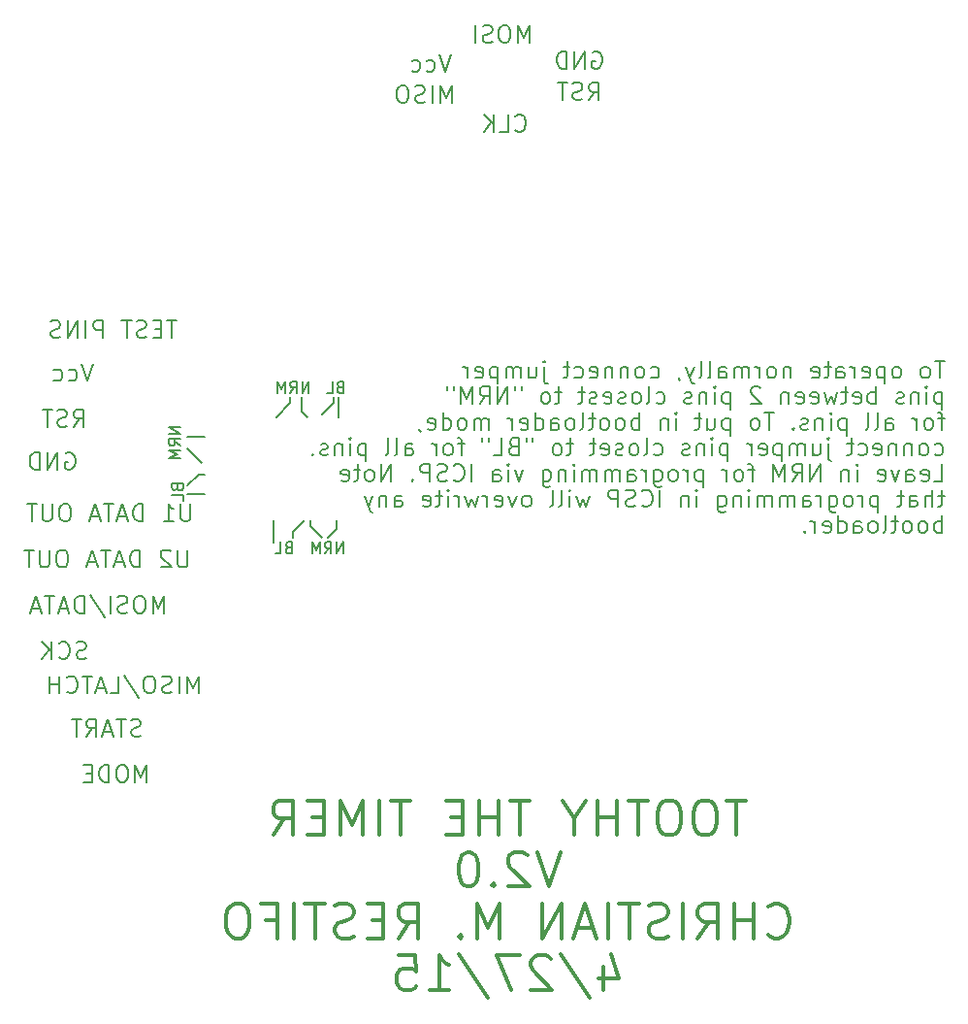
<source format=gbo>
G04 (created by PCBNEW (2013-07-07 BZR 4022)-stable) date 4/28/2015 8:48:13 PM*
%MOIN*%
G04 Gerber Fmt 3.4, Leading zero omitted, Abs format*
%FSLAX34Y34*%
G01*
G70*
G90*
G04 APERTURE LIST*
%ADD10C,0.00590551*%
%ADD11C,0.00787402*%
%ADD12C,0.011811*%
G04 APERTURE END LIST*
G54D10*
X80061Y-24353D02*
X80061Y-23762D01*
X79865Y-24184D01*
X79668Y-23762D01*
X79668Y-24353D01*
X79274Y-23762D02*
X79161Y-23762D01*
X79105Y-23790D01*
X79049Y-23847D01*
X79021Y-23959D01*
X79021Y-24156D01*
X79049Y-24268D01*
X79105Y-24325D01*
X79161Y-24353D01*
X79274Y-24353D01*
X79330Y-24325D01*
X79386Y-24268D01*
X79415Y-24156D01*
X79415Y-23959D01*
X79386Y-23847D01*
X79330Y-23790D01*
X79274Y-23762D01*
X78796Y-24325D02*
X78712Y-24353D01*
X78571Y-24353D01*
X78515Y-24325D01*
X78487Y-24296D01*
X78458Y-24240D01*
X78458Y-24184D01*
X78487Y-24128D01*
X78515Y-24100D01*
X78571Y-24071D01*
X78683Y-24043D01*
X78740Y-24015D01*
X78768Y-23987D01*
X78796Y-23931D01*
X78796Y-23875D01*
X78768Y-23818D01*
X78740Y-23790D01*
X78683Y-23762D01*
X78543Y-23762D01*
X78458Y-23790D01*
X78205Y-24353D02*
X78205Y-23762D01*
X79583Y-27348D02*
X79611Y-27376D01*
X79696Y-27404D01*
X79752Y-27404D01*
X79836Y-27376D01*
X79893Y-27320D01*
X79921Y-27263D01*
X79949Y-27151D01*
X79949Y-27066D01*
X79921Y-26954D01*
X79893Y-26898D01*
X79836Y-26841D01*
X79752Y-26813D01*
X79696Y-26813D01*
X79611Y-26841D01*
X79583Y-26870D01*
X79049Y-27404D02*
X79330Y-27404D01*
X79330Y-26813D01*
X78852Y-27404D02*
X78852Y-26813D01*
X78515Y-27404D02*
X78768Y-27066D01*
X78515Y-26813D02*
X78852Y-27151D01*
X77404Y-26420D02*
X77404Y-25829D01*
X77207Y-26251D01*
X77010Y-25829D01*
X77010Y-26420D01*
X76729Y-26420D02*
X76729Y-25829D01*
X76476Y-26392D02*
X76392Y-26420D01*
X76251Y-26420D01*
X76195Y-26392D01*
X76167Y-26363D01*
X76138Y-26307D01*
X76138Y-26251D01*
X76167Y-26195D01*
X76195Y-26167D01*
X76251Y-26138D01*
X76363Y-26110D01*
X76420Y-26082D01*
X76448Y-26054D01*
X76476Y-25998D01*
X76476Y-25942D01*
X76448Y-25885D01*
X76420Y-25857D01*
X76363Y-25829D01*
X76223Y-25829D01*
X76138Y-25857D01*
X75773Y-25829D02*
X75660Y-25829D01*
X75604Y-25857D01*
X75548Y-25913D01*
X75520Y-26026D01*
X75520Y-26223D01*
X75548Y-26335D01*
X75604Y-26392D01*
X75660Y-26420D01*
X75773Y-26420D01*
X75829Y-26392D01*
X75885Y-26335D01*
X75913Y-26223D01*
X75913Y-26026D01*
X75885Y-25913D01*
X75829Y-25857D01*
X75773Y-25829D01*
X77376Y-24746D02*
X77179Y-25337D01*
X76982Y-24746D01*
X76532Y-25309D02*
X76588Y-25337D01*
X76701Y-25337D01*
X76757Y-25309D01*
X76785Y-25281D01*
X76813Y-25224D01*
X76813Y-25056D01*
X76785Y-25000D01*
X76757Y-24971D01*
X76701Y-24943D01*
X76588Y-24943D01*
X76532Y-24971D01*
X76026Y-25309D02*
X76082Y-25337D01*
X76195Y-25337D01*
X76251Y-25309D01*
X76279Y-25281D01*
X76307Y-25224D01*
X76307Y-25056D01*
X76279Y-25000D01*
X76251Y-24971D01*
X76195Y-24943D01*
X76082Y-24943D01*
X76026Y-24971D01*
X82114Y-26321D02*
X82311Y-26040D01*
X82452Y-26321D02*
X82452Y-25731D01*
X82227Y-25731D01*
X82170Y-25759D01*
X82142Y-25787D01*
X82114Y-25843D01*
X82114Y-25928D01*
X82142Y-25984D01*
X82170Y-26012D01*
X82227Y-26040D01*
X82452Y-26040D01*
X81889Y-26293D02*
X81805Y-26321D01*
X81664Y-26321D01*
X81608Y-26293D01*
X81580Y-26265D01*
X81552Y-26209D01*
X81552Y-26152D01*
X81580Y-26096D01*
X81608Y-26068D01*
X81664Y-26040D01*
X81777Y-26012D01*
X81833Y-25984D01*
X81861Y-25956D01*
X81889Y-25899D01*
X81889Y-25843D01*
X81861Y-25787D01*
X81833Y-25759D01*
X81777Y-25731D01*
X81636Y-25731D01*
X81552Y-25759D01*
X81383Y-25731D02*
X81046Y-25731D01*
X81214Y-26321D02*
X81214Y-25731D01*
X82241Y-24676D02*
X82297Y-24648D01*
X82381Y-24648D01*
X82466Y-24676D01*
X82522Y-24732D01*
X82550Y-24789D01*
X82578Y-24901D01*
X82578Y-24985D01*
X82550Y-25098D01*
X82522Y-25154D01*
X82466Y-25210D01*
X82381Y-25239D01*
X82325Y-25239D01*
X82241Y-25210D01*
X82213Y-25182D01*
X82213Y-24985D01*
X82325Y-24985D01*
X81960Y-25239D02*
X81960Y-24648D01*
X81622Y-25239D01*
X81622Y-24648D01*
X81341Y-25239D02*
X81341Y-24648D01*
X81200Y-24648D01*
X81116Y-24676D01*
X81060Y-24732D01*
X81032Y-24789D01*
X81003Y-24901D01*
X81003Y-24985D01*
X81032Y-25098D01*
X81060Y-25154D01*
X81116Y-25210D01*
X81200Y-25239D01*
X81341Y-25239D01*
X67941Y-33900D02*
X67604Y-33900D01*
X67772Y-34491D02*
X67772Y-33900D01*
X67407Y-34181D02*
X67210Y-34181D01*
X67125Y-34491D02*
X67407Y-34491D01*
X67407Y-33900D01*
X67125Y-33900D01*
X66901Y-34462D02*
X66816Y-34491D01*
X66676Y-34491D01*
X66619Y-34462D01*
X66591Y-34434D01*
X66563Y-34378D01*
X66563Y-34322D01*
X66591Y-34266D01*
X66619Y-34237D01*
X66676Y-34209D01*
X66788Y-34181D01*
X66844Y-34153D01*
X66872Y-34125D01*
X66901Y-34069D01*
X66901Y-34012D01*
X66872Y-33956D01*
X66844Y-33928D01*
X66788Y-33900D01*
X66647Y-33900D01*
X66563Y-33928D01*
X66394Y-33900D02*
X66057Y-33900D01*
X66226Y-34491D02*
X66226Y-33900D01*
X65410Y-34491D02*
X65410Y-33900D01*
X65185Y-33900D01*
X65129Y-33928D01*
X65101Y-33956D01*
X65073Y-34012D01*
X65073Y-34097D01*
X65101Y-34153D01*
X65129Y-34181D01*
X65185Y-34209D01*
X65410Y-34209D01*
X64820Y-34491D02*
X64820Y-33900D01*
X64538Y-34491D02*
X64538Y-33900D01*
X64201Y-34491D01*
X64201Y-33900D01*
X63948Y-34462D02*
X63863Y-34491D01*
X63723Y-34491D01*
X63667Y-34462D01*
X63638Y-34434D01*
X63610Y-34378D01*
X63610Y-34322D01*
X63638Y-34266D01*
X63667Y-34237D01*
X63723Y-34209D01*
X63835Y-34181D01*
X63892Y-34153D01*
X63920Y-34125D01*
X63948Y-34069D01*
X63948Y-34012D01*
X63920Y-33956D01*
X63892Y-33928D01*
X63835Y-33900D01*
X63695Y-33900D01*
X63610Y-33928D01*
X66915Y-49746D02*
X66915Y-49156D01*
X66718Y-49578D01*
X66521Y-49156D01*
X66521Y-49746D01*
X66127Y-49156D02*
X66015Y-49156D01*
X65958Y-49184D01*
X65902Y-49240D01*
X65874Y-49353D01*
X65874Y-49550D01*
X65902Y-49662D01*
X65958Y-49718D01*
X66015Y-49746D01*
X66127Y-49746D01*
X66183Y-49718D01*
X66240Y-49662D01*
X66268Y-49550D01*
X66268Y-49353D01*
X66240Y-49240D01*
X66183Y-49184D01*
X66127Y-49156D01*
X65621Y-49746D02*
X65621Y-49156D01*
X65480Y-49156D01*
X65396Y-49184D01*
X65340Y-49240D01*
X65312Y-49296D01*
X65284Y-49409D01*
X65284Y-49493D01*
X65312Y-49606D01*
X65340Y-49662D01*
X65396Y-49718D01*
X65480Y-49746D01*
X65621Y-49746D01*
X65030Y-49437D02*
X64834Y-49437D01*
X64749Y-49746D02*
X65030Y-49746D01*
X65030Y-49156D01*
X64749Y-49156D01*
X66718Y-48143D02*
X66633Y-48172D01*
X66493Y-48172D01*
X66437Y-48143D01*
X66408Y-48115D01*
X66380Y-48059D01*
X66380Y-48003D01*
X66408Y-47947D01*
X66437Y-47919D01*
X66493Y-47890D01*
X66605Y-47862D01*
X66661Y-47834D01*
X66690Y-47806D01*
X66718Y-47750D01*
X66718Y-47694D01*
X66690Y-47637D01*
X66661Y-47609D01*
X66605Y-47581D01*
X66465Y-47581D01*
X66380Y-47609D01*
X66212Y-47581D02*
X65874Y-47581D01*
X66043Y-48172D02*
X66043Y-47581D01*
X65705Y-48003D02*
X65424Y-48003D01*
X65762Y-48172D02*
X65565Y-47581D01*
X65368Y-48172D01*
X64834Y-48172D02*
X65030Y-47890D01*
X65171Y-48172D02*
X65171Y-47581D01*
X64946Y-47581D01*
X64890Y-47609D01*
X64862Y-47637D01*
X64834Y-47694D01*
X64834Y-47778D01*
X64862Y-47834D01*
X64890Y-47862D01*
X64946Y-47890D01*
X65171Y-47890D01*
X64665Y-47581D02*
X64327Y-47581D01*
X64496Y-48172D02*
X64496Y-47581D01*
X68700Y-46695D02*
X68700Y-46105D01*
X68503Y-46526D01*
X68307Y-46105D01*
X68307Y-46695D01*
X68025Y-46695D02*
X68025Y-46105D01*
X67772Y-46667D02*
X67688Y-46695D01*
X67547Y-46695D01*
X67491Y-46667D01*
X67463Y-46639D01*
X67435Y-46583D01*
X67435Y-46526D01*
X67463Y-46470D01*
X67491Y-46442D01*
X67547Y-46414D01*
X67660Y-46386D01*
X67716Y-46358D01*
X67744Y-46330D01*
X67772Y-46273D01*
X67772Y-46217D01*
X67744Y-46161D01*
X67716Y-46133D01*
X67660Y-46105D01*
X67519Y-46105D01*
X67435Y-46133D01*
X67069Y-46105D02*
X66957Y-46105D01*
X66901Y-46133D01*
X66844Y-46189D01*
X66816Y-46302D01*
X66816Y-46498D01*
X66844Y-46611D01*
X66901Y-46667D01*
X66957Y-46695D01*
X67069Y-46695D01*
X67125Y-46667D01*
X67182Y-46611D01*
X67210Y-46498D01*
X67210Y-46302D01*
X67182Y-46189D01*
X67125Y-46133D01*
X67069Y-46105D01*
X66141Y-46077D02*
X66647Y-46836D01*
X65663Y-46695D02*
X65944Y-46695D01*
X65944Y-46105D01*
X65494Y-46526D02*
X65213Y-46526D01*
X65551Y-46695D02*
X65354Y-46105D01*
X65157Y-46695D01*
X65044Y-46105D02*
X64707Y-46105D01*
X64876Y-46695D02*
X64876Y-46105D01*
X64173Y-46639D02*
X64201Y-46667D01*
X64285Y-46695D01*
X64341Y-46695D01*
X64426Y-46667D01*
X64482Y-46611D01*
X64510Y-46555D01*
X64538Y-46442D01*
X64538Y-46358D01*
X64510Y-46245D01*
X64482Y-46189D01*
X64426Y-46133D01*
X64341Y-46105D01*
X64285Y-46105D01*
X64201Y-46133D01*
X64173Y-46161D01*
X63920Y-46695D02*
X63920Y-46105D01*
X63920Y-46386D02*
X63582Y-46386D01*
X63582Y-46695D02*
X63582Y-46105D01*
X64834Y-45486D02*
X64749Y-45514D01*
X64609Y-45514D01*
X64552Y-45486D01*
X64524Y-45458D01*
X64496Y-45402D01*
X64496Y-45345D01*
X64524Y-45289D01*
X64552Y-45261D01*
X64609Y-45233D01*
X64721Y-45205D01*
X64777Y-45177D01*
X64805Y-45149D01*
X64834Y-45092D01*
X64834Y-45036D01*
X64805Y-44980D01*
X64777Y-44952D01*
X64721Y-44924D01*
X64580Y-44924D01*
X64496Y-44952D01*
X63906Y-45458D02*
X63934Y-45486D01*
X64018Y-45514D01*
X64074Y-45514D01*
X64159Y-45486D01*
X64215Y-45430D01*
X64243Y-45374D01*
X64271Y-45261D01*
X64271Y-45177D01*
X64243Y-45064D01*
X64215Y-45008D01*
X64159Y-44952D01*
X64074Y-44924D01*
X64018Y-44924D01*
X63934Y-44952D01*
X63906Y-44980D01*
X63652Y-45514D02*
X63652Y-44924D01*
X63315Y-45514D02*
X63568Y-45177D01*
X63315Y-44924D02*
X63652Y-45261D01*
X67519Y-43939D02*
X67519Y-43349D01*
X67322Y-43771D01*
X67125Y-43349D01*
X67125Y-43939D01*
X66732Y-43349D02*
X66619Y-43349D01*
X66563Y-43377D01*
X66507Y-43433D01*
X66479Y-43546D01*
X66479Y-43742D01*
X66507Y-43855D01*
X66563Y-43911D01*
X66619Y-43939D01*
X66732Y-43939D01*
X66788Y-43911D01*
X66844Y-43855D01*
X66872Y-43742D01*
X66872Y-43546D01*
X66844Y-43433D01*
X66788Y-43377D01*
X66732Y-43349D01*
X66254Y-43911D02*
X66169Y-43939D01*
X66029Y-43939D01*
X65973Y-43911D01*
X65944Y-43883D01*
X65916Y-43827D01*
X65916Y-43771D01*
X65944Y-43714D01*
X65973Y-43686D01*
X66029Y-43658D01*
X66141Y-43630D01*
X66197Y-43602D01*
X66226Y-43574D01*
X66254Y-43517D01*
X66254Y-43461D01*
X66226Y-43405D01*
X66197Y-43377D01*
X66141Y-43349D01*
X66001Y-43349D01*
X65916Y-43377D01*
X65663Y-43939D02*
X65663Y-43349D01*
X64960Y-43321D02*
X65466Y-44080D01*
X64763Y-43939D02*
X64763Y-43349D01*
X64623Y-43349D01*
X64538Y-43377D01*
X64482Y-43433D01*
X64454Y-43489D01*
X64426Y-43602D01*
X64426Y-43686D01*
X64454Y-43799D01*
X64482Y-43855D01*
X64538Y-43911D01*
X64623Y-43939D01*
X64763Y-43939D01*
X64201Y-43771D02*
X63920Y-43771D01*
X64257Y-43939D02*
X64060Y-43349D01*
X63863Y-43939D01*
X63751Y-43349D02*
X63413Y-43349D01*
X63582Y-43939D02*
X63582Y-43349D01*
X63245Y-43771D02*
X62964Y-43771D01*
X63301Y-43939D02*
X63104Y-43349D01*
X62907Y-43939D01*
X68321Y-41774D02*
X68321Y-42252D01*
X68293Y-42308D01*
X68264Y-42336D01*
X68208Y-42365D01*
X68096Y-42365D01*
X68039Y-42336D01*
X68011Y-42308D01*
X67983Y-42252D01*
X67983Y-41774D01*
X67730Y-41830D02*
X67702Y-41802D01*
X67646Y-41774D01*
X67505Y-41774D01*
X67449Y-41802D01*
X67421Y-41830D01*
X67393Y-41886D01*
X67393Y-41943D01*
X67421Y-42027D01*
X67758Y-42365D01*
X67393Y-42365D01*
X66690Y-42365D02*
X66690Y-41774D01*
X66549Y-41774D01*
X66465Y-41802D01*
X66408Y-41858D01*
X66380Y-41915D01*
X66352Y-42027D01*
X66352Y-42111D01*
X66380Y-42224D01*
X66408Y-42280D01*
X66465Y-42336D01*
X66549Y-42365D01*
X66690Y-42365D01*
X66127Y-42196D02*
X65846Y-42196D01*
X66183Y-42365D02*
X65987Y-41774D01*
X65790Y-42365D01*
X65677Y-41774D02*
X65340Y-41774D01*
X65508Y-42365D02*
X65508Y-41774D01*
X65171Y-42196D02*
X64890Y-42196D01*
X65227Y-42365D02*
X65030Y-41774D01*
X64834Y-42365D01*
X64074Y-41774D02*
X63962Y-41774D01*
X63906Y-41802D01*
X63849Y-41858D01*
X63821Y-41971D01*
X63821Y-42168D01*
X63849Y-42280D01*
X63906Y-42336D01*
X63962Y-42365D01*
X64074Y-42365D01*
X64131Y-42336D01*
X64187Y-42280D01*
X64215Y-42168D01*
X64215Y-41971D01*
X64187Y-41858D01*
X64131Y-41802D01*
X64074Y-41774D01*
X63568Y-41774D02*
X63568Y-42252D01*
X63540Y-42308D01*
X63512Y-42336D01*
X63456Y-42365D01*
X63343Y-42365D01*
X63287Y-42336D01*
X63259Y-42308D01*
X63231Y-42252D01*
X63231Y-41774D01*
X63034Y-41774D02*
X62696Y-41774D01*
X62865Y-42365D02*
X62865Y-41774D01*
X68419Y-40199D02*
X68419Y-40677D01*
X68391Y-40733D01*
X68363Y-40762D01*
X68307Y-40790D01*
X68194Y-40790D01*
X68138Y-40762D01*
X68110Y-40733D01*
X68082Y-40677D01*
X68082Y-40199D01*
X67491Y-40790D02*
X67829Y-40790D01*
X67660Y-40790D02*
X67660Y-40199D01*
X67716Y-40284D01*
X67772Y-40340D01*
X67829Y-40368D01*
X66788Y-40790D02*
X66788Y-40199D01*
X66647Y-40199D01*
X66563Y-40227D01*
X66507Y-40284D01*
X66479Y-40340D01*
X66451Y-40452D01*
X66451Y-40537D01*
X66479Y-40649D01*
X66507Y-40705D01*
X66563Y-40762D01*
X66647Y-40790D01*
X66788Y-40790D01*
X66226Y-40621D02*
X65944Y-40621D01*
X66282Y-40790D02*
X66085Y-40199D01*
X65888Y-40790D01*
X65776Y-40199D02*
X65438Y-40199D01*
X65607Y-40790D02*
X65607Y-40199D01*
X65269Y-40621D02*
X64988Y-40621D01*
X65326Y-40790D02*
X65129Y-40199D01*
X64932Y-40790D01*
X64173Y-40199D02*
X64060Y-40199D01*
X64004Y-40227D01*
X63948Y-40284D01*
X63920Y-40396D01*
X63920Y-40593D01*
X63948Y-40705D01*
X64004Y-40762D01*
X64060Y-40790D01*
X64173Y-40790D01*
X64229Y-40762D01*
X64285Y-40705D01*
X64313Y-40593D01*
X64313Y-40396D01*
X64285Y-40284D01*
X64229Y-40227D01*
X64173Y-40199D01*
X63667Y-40199D02*
X63667Y-40677D01*
X63638Y-40733D01*
X63610Y-40762D01*
X63554Y-40790D01*
X63442Y-40790D01*
X63385Y-40762D01*
X63357Y-40733D01*
X63329Y-40677D01*
X63329Y-40199D01*
X63132Y-40199D02*
X62795Y-40199D01*
X62964Y-40790D02*
X62964Y-40199D01*
X64131Y-38456D02*
X64187Y-38428D01*
X64271Y-38428D01*
X64356Y-38456D01*
X64412Y-38512D01*
X64440Y-38568D01*
X64468Y-38681D01*
X64468Y-38765D01*
X64440Y-38877D01*
X64412Y-38934D01*
X64356Y-38990D01*
X64271Y-39018D01*
X64215Y-39018D01*
X64131Y-38990D01*
X64102Y-38962D01*
X64102Y-38765D01*
X64215Y-38765D01*
X63849Y-39018D02*
X63849Y-38428D01*
X63512Y-39018D01*
X63512Y-38428D01*
X63231Y-39018D02*
X63231Y-38428D01*
X63090Y-38428D01*
X63006Y-38456D01*
X62949Y-38512D01*
X62921Y-38568D01*
X62893Y-38681D01*
X62893Y-38765D01*
X62921Y-38877D01*
X62949Y-38934D01*
X63006Y-38990D01*
X63090Y-39018D01*
X63231Y-39018D01*
X64398Y-37542D02*
X64595Y-37260D01*
X64735Y-37542D02*
X64735Y-36951D01*
X64510Y-36951D01*
X64454Y-36979D01*
X64426Y-37007D01*
X64398Y-37064D01*
X64398Y-37148D01*
X64426Y-37204D01*
X64454Y-37232D01*
X64510Y-37260D01*
X64735Y-37260D01*
X64173Y-37514D02*
X64088Y-37542D01*
X63948Y-37542D01*
X63892Y-37514D01*
X63863Y-37485D01*
X63835Y-37429D01*
X63835Y-37373D01*
X63863Y-37317D01*
X63892Y-37289D01*
X63948Y-37260D01*
X64060Y-37232D01*
X64116Y-37204D01*
X64145Y-37176D01*
X64173Y-37120D01*
X64173Y-37064D01*
X64145Y-37007D01*
X64116Y-36979D01*
X64060Y-36951D01*
X63920Y-36951D01*
X63835Y-36979D01*
X63667Y-36951D02*
X63329Y-36951D01*
X63498Y-37542D02*
X63498Y-36951D01*
X65073Y-35376D02*
X64876Y-35967D01*
X64679Y-35376D01*
X64229Y-35939D02*
X64285Y-35967D01*
X64398Y-35967D01*
X64454Y-35939D01*
X64482Y-35911D01*
X64510Y-35854D01*
X64510Y-35686D01*
X64482Y-35629D01*
X64454Y-35601D01*
X64398Y-35573D01*
X64285Y-35573D01*
X64229Y-35601D01*
X63723Y-35939D02*
X63779Y-35967D01*
X63892Y-35967D01*
X63948Y-35939D01*
X63976Y-35911D01*
X64004Y-35854D01*
X64004Y-35686D01*
X63976Y-35629D01*
X63948Y-35601D01*
X63892Y-35573D01*
X63779Y-35573D01*
X63723Y-35601D01*
G54D11*
X73523Y-36515D02*
X73523Y-37204D01*
X73326Y-36712D02*
X73326Y-36515D01*
X72933Y-37106D02*
X73326Y-36712D01*
X72244Y-37007D02*
X72244Y-36515D01*
X72440Y-37204D02*
X72244Y-37007D01*
X71850Y-36712D02*
X71850Y-36515D01*
X71358Y-37204D02*
X71850Y-36712D01*
X71259Y-41535D02*
X71259Y-40748D01*
X71948Y-41141D02*
X71948Y-41338D01*
X72342Y-40748D02*
X71948Y-41141D01*
X72539Y-40944D02*
X72539Y-40748D01*
X72933Y-41338D02*
X72539Y-40944D01*
X73425Y-41043D02*
X73425Y-40748D01*
X73129Y-41338D02*
X73425Y-41043D01*
X68307Y-39862D02*
X68897Y-39862D01*
X68700Y-39173D02*
X68897Y-39173D01*
X68307Y-39566D02*
X68700Y-39173D01*
X68799Y-38779D02*
X68307Y-38287D01*
X68897Y-37893D02*
X68307Y-37893D01*
G54D10*
X94333Y-35278D02*
X93996Y-35278D01*
X94164Y-35868D02*
X94164Y-35278D01*
X93714Y-35868D02*
X93771Y-35840D01*
X93799Y-35812D01*
X93827Y-35756D01*
X93827Y-35587D01*
X93799Y-35531D01*
X93771Y-35503D01*
X93714Y-35475D01*
X93630Y-35475D01*
X93574Y-35503D01*
X93546Y-35531D01*
X93517Y-35587D01*
X93517Y-35756D01*
X93546Y-35812D01*
X93574Y-35840D01*
X93630Y-35868D01*
X93714Y-35868D01*
X92730Y-35868D02*
X92786Y-35840D01*
X92814Y-35812D01*
X92843Y-35756D01*
X92843Y-35587D01*
X92814Y-35531D01*
X92786Y-35503D01*
X92730Y-35475D01*
X92646Y-35475D01*
X92589Y-35503D01*
X92561Y-35531D01*
X92533Y-35587D01*
X92533Y-35756D01*
X92561Y-35812D01*
X92589Y-35840D01*
X92646Y-35868D01*
X92730Y-35868D01*
X92280Y-35475D02*
X92280Y-36065D01*
X92280Y-35503D02*
X92224Y-35475D01*
X92111Y-35475D01*
X92055Y-35503D01*
X92027Y-35531D01*
X91999Y-35587D01*
X91999Y-35756D01*
X92027Y-35812D01*
X92055Y-35840D01*
X92111Y-35868D01*
X92224Y-35868D01*
X92280Y-35840D01*
X91521Y-35840D02*
X91577Y-35868D01*
X91690Y-35868D01*
X91746Y-35840D01*
X91774Y-35784D01*
X91774Y-35559D01*
X91746Y-35503D01*
X91690Y-35475D01*
X91577Y-35475D01*
X91521Y-35503D01*
X91493Y-35559D01*
X91493Y-35615D01*
X91774Y-35672D01*
X91240Y-35868D02*
X91240Y-35475D01*
X91240Y-35587D02*
X91212Y-35531D01*
X91183Y-35503D01*
X91127Y-35475D01*
X91071Y-35475D01*
X90621Y-35868D02*
X90621Y-35559D01*
X90649Y-35503D01*
X90705Y-35475D01*
X90818Y-35475D01*
X90874Y-35503D01*
X90621Y-35840D02*
X90677Y-35868D01*
X90818Y-35868D01*
X90874Y-35840D01*
X90902Y-35784D01*
X90902Y-35728D01*
X90874Y-35672D01*
X90818Y-35643D01*
X90677Y-35643D01*
X90621Y-35615D01*
X90424Y-35475D02*
X90199Y-35475D01*
X90340Y-35278D02*
X90340Y-35784D01*
X90312Y-35840D01*
X90255Y-35868D01*
X90199Y-35868D01*
X89777Y-35840D02*
X89834Y-35868D01*
X89946Y-35868D01*
X90002Y-35840D01*
X90030Y-35784D01*
X90030Y-35559D01*
X90002Y-35503D01*
X89946Y-35475D01*
X89834Y-35475D01*
X89777Y-35503D01*
X89749Y-35559D01*
X89749Y-35615D01*
X90030Y-35672D01*
X89046Y-35475D02*
X89046Y-35868D01*
X89046Y-35531D02*
X89018Y-35503D01*
X88962Y-35475D01*
X88877Y-35475D01*
X88821Y-35503D01*
X88793Y-35559D01*
X88793Y-35868D01*
X88428Y-35868D02*
X88484Y-35840D01*
X88512Y-35812D01*
X88540Y-35756D01*
X88540Y-35587D01*
X88512Y-35531D01*
X88484Y-35503D01*
X88428Y-35475D01*
X88343Y-35475D01*
X88287Y-35503D01*
X88259Y-35531D01*
X88231Y-35587D01*
X88231Y-35756D01*
X88259Y-35812D01*
X88287Y-35840D01*
X88343Y-35868D01*
X88428Y-35868D01*
X87978Y-35868D02*
X87978Y-35475D01*
X87978Y-35587D02*
X87949Y-35531D01*
X87921Y-35503D01*
X87865Y-35475D01*
X87809Y-35475D01*
X87612Y-35868D02*
X87612Y-35475D01*
X87612Y-35531D02*
X87584Y-35503D01*
X87528Y-35475D01*
X87443Y-35475D01*
X87387Y-35503D01*
X87359Y-35559D01*
X87359Y-35868D01*
X87359Y-35559D02*
X87331Y-35503D01*
X87275Y-35475D01*
X87190Y-35475D01*
X87134Y-35503D01*
X87106Y-35559D01*
X87106Y-35868D01*
X86571Y-35868D02*
X86571Y-35559D01*
X86600Y-35503D01*
X86656Y-35475D01*
X86768Y-35475D01*
X86825Y-35503D01*
X86571Y-35840D02*
X86628Y-35868D01*
X86768Y-35868D01*
X86825Y-35840D01*
X86853Y-35784D01*
X86853Y-35728D01*
X86825Y-35672D01*
X86768Y-35643D01*
X86628Y-35643D01*
X86571Y-35615D01*
X86206Y-35868D02*
X86262Y-35840D01*
X86290Y-35784D01*
X86290Y-35278D01*
X85897Y-35868D02*
X85953Y-35840D01*
X85981Y-35784D01*
X85981Y-35278D01*
X85728Y-35475D02*
X85587Y-35868D01*
X85447Y-35475D02*
X85587Y-35868D01*
X85643Y-36009D01*
X85672Y-36037D01*
X85728Y-36065D01*
X85194Y-35840D02*
X85194Y-35868D01*
X85222Y-35925D01*
X85250Y-35953D01*
X84237Y-35840D02*
X84294Y-35868D01*
X84406Y-35868D01*
X84462Y-35840D01*
X84491Y-35812D01*
X84519Y-35756D01*
X84519Y-35587D01*
X84491Y-35531D01*
X84462Y-35503D01*
X84406Y-35475D01*
X84294Y-35475D01*
X84237Y-35503D01*
X83900Y-35868D02*
X83956Y-35840D01*
X83984Y-35812D01*
X84012Y-35756D01*
X84012Y-35587D01*
X83984Y-35531D01*
X83956Y-35503D01*
X83900Y-35475D01*
X83816Y-35475D01*
X83759Y-35503D01*
X83731Y-35531D01*
X83703Y-35587D01*
X83703Y-35756D01*
X83731Y-35812D01*
X83759Y-35840D01*
X83816Y-35868D01*
X83900Y-35868D01*
X83450Y-35475D02*
X83450Y-35868D01*
X83450Y-35531D02*
X83422Y-35503D01*
X83366Y-35475D01*
X83281Y-35475D01*
X83225Y-35503D01*
X83197Y-35559D01*
X83197Y-35868D01*
X82916Y-35475D02*
X82916Y-35868D01*
X82916Y-35531D02*
X82888Y-35503D01*
X82831Y-35475D01*
X82747Y-35475D01*
X82691Y-35503D01*
X82663Y-35559D01*
X82663Y-35868D01*
X82156Y-35840D02*
X82213Y-35868D01*
X82325Y-35868D01*
X82381Y-35840D01*
X82410Y-35784D01*
X82410Y-35559D01*
X82381Y-35503D01*
X82325Y-35475D01*
X82213Y-35475D01*
X82156Y-35503D01*
X82128Y-35559D01*
X82128Y-35615D01*
X82410Y-35672D01*
X81622Y-35840D02*
X81678Y-35868D01*
X81791Y-35868D01*
X81847Y-35840D01*
X81875Y-35812D01*
X81903Y-35756D01*
X81903Y-35587D01*
X81875Y-35531D01*
X81847Y-35503D01*
X81791Y-35475D01*
X81678Y-35475D01*
X81622Y-35503D01*
X81453Y-35475D02*
X81228Y-35475D01*
X81369Y-35278D02*
X81369Y-35784D01*
X81341Y-35840D01*
X81285Y-35868D01*
X81228Y-35868D01*
X80582Y-35475D02*
X80582Y-35981D01*
X80610Y-36037D01*
X80666Y-36065D01*
X80694Y-36065D01*
X80582Y-35278D02*
X80610Y-35306D01*
X80582Y-35334D01*
X80553Y-35306D01*
X80582Y-35278D01*
X80582Y-35334D01*
X80047Y-35475D02*
X80047Y-35868D01*
X80300Y-35475D02*
X80300Y-35784D01*
X80272Y-35840D01*
X80216Y-35868D01*
X80132Y-35868D01*
X80075Y-35840D01*
X80047Y-35812D01*
X79766Y-35868D02*
X79766Y-35475D01*
X79766Y-35531D02*
X79738Y-35503D01*
X79682Y-35475D01*
X79597Y-35475D01*
X79541Y-35503D01*
X79513Y-35559D01*
X79513Y-35868D01*
X79513Y-35559D02*
X79485Y-35503D01*
X79429Y-35475D01*
X79344Y-35475D01*
X79288Y-35503D01*
X79260Y-35559D01*
X79260Y-35868D01*
X78979Y-35475D02*
X78979Y-36065D01*
X78979Y-35503D02*
X78922Y-35475D01*
X78810Y-35475D01*
X78754Y-35503D01*
X78726Y-35531D01*
X78697Y-35587D01*
X78697Y-35756D01*
X78726Y-35812D01*
X78754Y-35840D01*
X78810Y-35868D01*
X78922Y-35868D01*
X78979Y-35840D01*
X78219Y-35840D02*
X78276Y-35868D01*
X78388Y-35868D01*
X78444Y-35840D01*
X78473Y-35784D01*
X78473Y-35559D01*
X78444Y-35503D01*
X78388Y-35475D01*
X78276Y-35475D01*
X78219Y-35503D01*
X78191Y-35559D01*
X78191Y-35615D01*
X78473Y-35672D01*
X77938Y-35868D02*
X77938Y-35475D01*
X77938Y-35587D02*
X77910Y-35531D01*
X77882Y-35503D01*
X77826Y-35475D01*
X77769Y-35475D01*
X94249Y-36361D02*
X94249Y-36951D01*
X94249Y-36389D02*
X94192Y-36361D01*
X94080Y-36361D01*
X94024Y-36389D01*
X93996Y-36417D01*
X93967Y-36473D01*
X93967Y-36642D01*
X93996Y-36698D01*
X94024Y-36726D01*
X94080Y-36754D01*
X94192Y-36754D01*
X94249Y-36726D01*
X93714Y-36754D02*
X93714Y-36361D01*
X93714Y-36164D02*
X93742Y-36192D01*
X93714Y-36220D01*
X93686Y-36192D01*
X93714Y-36164D01*
X93714Y-36220D01*
X93433Y-36361D02*
X93433Y-36754D01*
X93433Y-36417D02*
X93405Y-36389D01*
X93349Y-36361D01*
X93264Y-36361D01*
X93208Y-36389D01*
X93180Y-36445D01*
X93180Y-36754D01*
X92927Y-36726D02*
X92871Y-36754D01*
X92758Y-36754D01*
X92702Y-36726D01*
X92674Y-36670D01*
X92674Y-36642D01*
X92702Y-36586D01*
X92758Y-36557D01*
X92843Y-36557D01*
X92899Y-36529D01*
X92927Y-36473D01*
X92927Y-36445D01*
X92899Y-36389D01*
X92843Y-36361D01*
X92758Y-36361D01*
X92702Y-36389D01*
X91971Y-36754D02*
X91971Y-36164D01*
X91971Y-36389D02*
X91915Y-36361D01*
X91802Y-36361D01*
X91746Y-36389D01*
X91718Y-36417D01*
X91690Y-36473D01*
X91690Y-36642D01*
X91718Y-36698D01*
X91746Y-36726D01*
X91802Y-36754D01*
X91915Y-36754D01*
X91971Y-36726D01*
X91212Y-36726D02*
X91268Y-36754D01*
X91380Y-36754D01*
X91437Y-36726D01*
X91465Y-36670D01*
X91465Y-36445D01*
X91437Y-36389D01*
X91380Y-36361D01*
X91268Y-36361D01*
X91212Y-36389D01*
X91183Y-36445D01*
X91183Y-36501D01*
X91465Y-36557D01*
X91015Y-36361D02*
X90790Y-36361D01*
X90930Y-36164D02*
X90930Y-36670D01*
X90902Y-36726D01*
X90846Y-36754D01*
X90790Y-36754D01*
X90649Y-36361D02*
X90537Y-36754D01*
X90424Y-36473D01*
X90312Y-36754D01*
X90199Y-36361D01*
X89749Y-36726D02*
X89805Y-36754D01*
X89918Y-36754D01*
X89974Y-36726D01*
X90002Y-36670D01*
X90002Y-36445D01*
X89974Y-36389D01*
X89918Y-36361D01*
X89805Y-36361D01*
X89749Y-36389D01*
X89721Y-36445D01*
X89721Y-36501D01*
X90002Y-36557D01*
X89243Y-36726D02*
X89299Y-36754D01*
X89412Y-36754D01*
X89468Y-36726D01*
X89496Y-36670D01*
X89496Y-36445D01*
X89468Y-36389D01*
X89412Y-36361D01*
X89299Y-36361D01*
X89243Y-36389D01*
X89215Y-36445D01*
X89215Y-36501D01*
X89496Y-36557D01*
X88962Y-36361D02*
X88962Y-36754D01*
X88962Y-36417D02*
X88934Y-36389D01*
X88877Y-36361D01*
X88793Y-36361D01*
X88737Y-36389D01*
X88709Y-36445D01*
X88709Y-36754D01*
X88006Y-36220D02*
X87978Y-36192D01*
X87921Y-36164D01*
X87781Y-36164D01*
X87724Y-36192D01*
X87696Y-36220D01*
X87668Y-36276D01*
X87668Y-36332D01*
X87696Y-36417D01*
X88034Y-36754D01*
X87668Y-36754D01*
X86965Y-36361D02*
X86965Y-36951D01*
X86965Y-36389D02*
X86909Y-36361D01*
X86796Y-36361D01*
X86740Y-36389D01*
X86712Y-36417D01*
X86684Y-36473D01*
X86684Y-36642D01*
X86712Y-36698D01*
X86740Y-36726D01*
X86796Y-36754D01*
X86909Y-36754D01*
X86965Y-36726D01*
X86431Y-36754D02*
X86431Y-36361D01*
X86431Y-36164D02*
X86459Y-36192D01*
X86431Y-36220D01*
X86403Y-36192D01*
X86431Y-36164D01*
X86431Y-36220D01*
X86150Y-36361D02*
X86150Y-36754D01*
X86150Y-36417D02*
X86122Y-36389D01*
X86065Y-36361D01*
X85981Y-36361D01*
X85925Y-36389D01*
X85897Y-36445D01*
X85897Y-36754D01*
X85643Y-36726D02*
X85587Y-36754D01*
X85475Y-36754D01*
X85419Y-36726D01*
X85390Y-36670D01*
X85390Y-36642D01*
X85419Y-36586D01*
X85475Y-36557D01*
X85559Y-36557D01*
X85615Y-36529D01*
X85643Y-36473D01*
X85643Y-36445D01*
X85615Y-36389D01*
X85559Y-36361D01*
X85475Y-36361D01*
X85419Y-36389D01*
X84434Y-36726D02*
X84491Y-36754D01*
X84603Y-36754D01*
X84659Y-36726D01*
X84687Y-36698D01*
X84715Y-36642D01*
X84715Y-36473D01*
X84687Y-36417D01*
X84659Y-36389D01*
X84603Y-36361D01*
X84491Y-36361D01*
X84434Y-36389D01*
X84097Y-36754D02*
X84153Y-36726D01*
X84181Y-36670D01*
X84181Y-36164D01*
X83787Y-36754D02*
X83844Y-36726D01*
X83872Y-36698D01*
X83900Y-36642D01*
X83900Y-36473D01*
X83872Y-36417D01*
X83844Y-36389D01*
X83787Y-36361D01*
X83703Y-36361D01*
X83647Y-36389D01*
X83619Y-36417D01*
X83591Y-36473D01*
X83591Y-36642D01*
X83619Y-36698D01*
X83647Y-36726D01*
X83703Y-36754D01*
X83787Y-36754D01*
X83366Y-36726D02*
X83309Y-36754D01*
X83197Y-36754D01*
X83141Y-36726D01*
X83113Y-36670D01*
X83113Y-36642D01*
X83141Y-36586D01*
X83197Y-36557D01*
X83281Y-36557D01*
X83338Y-36529D01*
X83366Y-36473D01*
X83366Y-36445D01*
X83338Y-36389D01*
X83281Y-36361D01*
X83197Y-36361D01*
X83141Y-36389D01*
X82634Y-36726D02*
X82691Y-36754D01*
X82803Y-36754D01*
X82859Y-36726D01*
X82888Y-36670D01*
X82888Y-36445D01*
X82859Y-36389D01*
X82803Y-36361D01*
X82691Y-36361D01*
X82634Y-36389D01*
X82606Y-36445D01*
X82606Y-36501D01*
X82888Y-36557D01*
X82381Y-36726D02*
X82325Y-36754D01*
X82213Y-36754D01*
X82156Y-36726D01*
X82128Y-36670D01*
X82128Y-36642D01*
X82156Y-36586D01*
X82213Y-36557D01*
X82297Y-36557D01*
X82353Y-36529D01*
X82381Y-36473D01*
X82381Y-36445D01*
X82353Y-36389D01*
X82297Y-36361D01*
X82213Y-36361D01*
X82156Y-36389D01*
X81960Y-36361D02*
X81735Y-36361D01*
X81875Y-36164D02*
X81875Y-36670D01*
X81847Y-36726D01*
X81791Y-36754D01*
X81735Y-36754D01*
X81172Y-36361D02*
X80947Y-36361D01*
X81088Y-36164D02*
X81088Y-36670D01*
X81060Y-36726D01*
X81003Y-36754D01*
X80947Y-36754D01*
X80666Y-36754D02*
X80722Y-36726D01*
X80750Y-36698D01*
X80778Y-36642D01*
X80778Y-36473D01*
X80750Y-36417D01*
X80722Y-36389D01*
X80666Y-36361D01*
X80582Y-36361D01*
X80525Y-36389D01*
X80497Y-36417D01*
X80469Y-36473D01*
X80469Y-36642D01*
X80497Y-36698D01*
X80525Y-36726D01*
X80582Y-36754D01*
X80666Y-36754D01*
X79794Y-36164D02*
X79794Y-36276D01*
X79569Y-36164D02*
X79569Y-36276D01*
X79316Y-36754D02*
X79316Y-36164D01*
X78979Y-36754D01*
X78979Y-36164D01*
X78360Y-36754D02*
X78557Y-36473D01*
X78697Y-36754D02*
X78697Y-36164D01*
X78473Y-36164D01*
X78416Y-36192D01*
X78388Y-36220D01*
X78360Y-36276D01*
X78360Y-36361D01*
X78388Y-36417D01*
X78416Y-36445D01*
X78473Y-36473D01*
X78697Y-36473D01*
X78107Y-36754D02*
X78107Y-36164D01*
X77910Y-36586D01*
X77713Y-36164D01*
X77713Y-36754D01*
X77460Y-36164D02*
X77460Y-36276D01*
X77235Y-36164D02*
X77235Y-36276D01*
X94333Y-37246D02*
X94108Y-37246D01*
X94249Y-37640D02*
X94249Y-37134D01*
X94221Y-37078D01*
X94164Y-37050D01*
X94108Y-37050D01*
X93827Y-37640D02*
X93883Y-37612D01*
X93911Y-37584D01*
X93939Y-37528D01*
X93939Y-37359D01*
X93911Y-37303D01*
X93883Y-37275D01*
X93827Y-37246D01*
X93742Y-37246D01*
X93686Y-37275D01*
X93658Y-37303D01*
X93630Y-37359D01*
X93630Y-37528D01*
X93658Y-37584D01*
X93686Y-37612D01*
X93742Y-37640D01*
X93827Y-37640D01*
X93377Y-37640D02*
X93377Y-37246D01*
X93377Y-37359D02*
X93349Y-37303D01*
X93321Y-37275D01*
X93264Y-37246D01*
X93208Y-37246D01*
X92308Y-37640D02*
X92308Y-37331D01*
X92336Y-37275D01*
X92393Y-37246D01*
X92505Y-37246D01*
X92561Y-37275D01*
X92308Y-37612D02*
X92365Y-37640D01*
X92505Y-37640D01*
X92561Y-37612D01*
X92589Y-37556D01*
X92589Y-37500D01*
X92561Y-37443D01*
X92505Y-37415D01*
X92365Y-37415D01*
X92308Y-37387D01*
X91943Y-37640D02*
X91999Y-37612D01*
X92027Y-37556D01*
X92027Y-37050D01*
X91633Y-37640D02*
X91690Y-37612D01*
X91718Y-37556D01*
X91718Y-37050D01*
X90958Y-37246D02*
X90958Y-37837D01*
X90958Y-37275D02*
X90902Y-37246D01*
X90790Y-37246D01*
X90733Y-37275D01*
X90705Y-37303D01*
X90677Y-37359D01*
X90677Y-37528D01*
X90705Y-37584D01*
X90733Y-37612D01*
X90790Y-37640D01*
X90902Y-37640D01*
X90958Y-37612D01*
X90424Y-37640D02*
X90424Y-37246D01*
X90424Y-37050D02*
X90452Y-37078D01*
X90424Y-37106D01*
X90396Y-37078D01*
X90424Y-37050D01*
X90424Y-37106D01*
X90143Y-37246D02*
X90143Y-37640D01*
X90143Y-37303D02*
X90115Y-37275D01*
X90059Y-37246D01*
X89974Y-37246D01*
X89918Y-37275D01*
X89890Y-37331D01*
X89890Y-37640D01*
X89637Y-37612D02*
X89580Y-37640D01*
X89468Y-37640D01*
X89412Y-37612D01*
X89384Y-37556D01*
X89384Y-37528D01*
X89412Y-37471D01*
X89468Y-37443D01*
X89552Y-37443D01*
X89609Y-37415D01*
X89637Y-37359D01*
X89637Y-37331D01*
X89609Y-37275D01*
X89552Y-37246D01*
X89468Y-37246D01*
X89412Y-37275D01*
X89131Y-37584D02*
X89102Y-37612D01*
X89131Y-37640D01*
X89159Y-37612D01*
X89131Y-37584D01*
X89131Y-37640D01*
X88484Y-37050D02*
X88146Y-37050D01*
X88315Y-37640D02*
X88315Y-37050D01*
X87865Y-37640D02*
X87921Y-37612D01*
X87949Y-37584D01*
X87978Y-37528D01*
X87978Y-37359D01*
X87949Y-37303D01*
X87921Y-37275D01*
X87865Y-37246D01*
X87781Y-37246D01*
X87724Y-37275D01*
X87696Y-37303D01*
X87668Y-37359D01*
X87668Y-37528D01*
X87696Y-37584D01*
X87724Y-37612D01*
X87781Y-37640D01*
X87865Y-37640D01*
X86965Y-37246D02*
X86965Y-37837D01*
X86965Y-37275D02*
X86909Y-37246D01*
X86796Y-37246D01*
X86740Y-37275D01*
X86712Y-37303D01*
X86684Y-37359D01*
X86684Y-37528D01*
X86712Y-37584D01*
X86740Y-37612D01*
X86796Y-37640D01*
X86909Y-37640D01*
X86965Y-37612D01*
X86178Y-37246D02*
X86178Y-37640D01*
X86431Y-37246D02*
X86431Y-37556D01*
X86403Y-37612D01*
X86347Y-37640D01*
X86262Y-37640D01*
X86206Y-37612D01*
X86178Y-37584D01*
X85981Y-37246D02*
X85756Y-37246D01*
X85897Y-37050D02*
X85897Y-37556D01*
X85868Y-37612D01*
X85812Y-37640D01*
X85756Y-37640D01*
X85109Y-37640D02*
X85109Y-37246D01*
X85109Y-37050D02*
X85137Y-37078D01*
X85109Y-37106D01*
X85081Y-37078D01*
X85109Y-37050D01*
X85109Y-37106D01*
X84828Y-37246D02*
X84828Y-37640D01*
X84828Y-37303D02*
X84800Y-37275D01*
X84744Y-37246D01*
X84659Y-37246D01*
X84603Y-37275D01*
X84575Y-37331D01*
X84575Y-37640D01*
X83844Y-37640D02*
X83844Y-37050D01*
X83844Y-37275D02*
X83787Y-37246D01*
X83675Y-37246D01*
X83619Y-37275D01*
X83591Y-37303D01*
X83562Y-37359D01*
X83562Y-37528D01*
X83591Y-37584D01*
X83619Y-37612D01*
X83675Y-37640D01*
X83787Y-37640D01*
X83844Y-37612D01*
X83225Y-37640D02*
X83281Y-37612D01*
X83309Y-37584D01*
X83338Y-37528D01*
X83338Y-37359D01*
X83309Y-37303D01*
X83281Y-37275D01*
X83225Y-37246D01*
X83141Y-37246D01*
X83084Y-37275D01*
X83056Y-37303D01*
X83028Y-37359D01*
X83028Y-37528D01*
X83056Y-37584D01*
X83084Y-37612D01*
X83141Y-37640D01*
X83225Y-37640D01*
X82691Y-37640D02*
X82747Y-37612D01*
X82775Y-37584D01*
X82803Y-37528D01*
X82803Y-37359D01*
X82775Y-37303D01*
X82747Y-37275D01*
X82691Y-37246D01*
X82606Y-37246D01*
X82550Y-37275D01*
X82522Y-37303D01*
X82494Y-37359D01*
X82494Y-37528D01*
X82522Y-37584D01*
X82550Y-37612D01*
X82606Y-37640D01*
X82691Y-37640D01*
X82325Y-37246D02*
X82100Y-37246D01*
X82241Y-37050D02*
X82241Y-37556D01*
X82213Y-37612D01*
X82156Y-37640D01*
X82100Y-37640D01*
X81819Y-37640D02*
X81875Y-37612D01*
X81903Y-37556D01*
X81903Y-37050D01*
X81510Y-37640D02*
X81566Y-37612D01*
X81594Y-37584D01*
X81622Y-37528D01*
X81622Y-37359D01*
X81594Y-37303D01*
X81566Y-37275D01*
X81510Y-37246D01*
X81425Y-37246D01*
X81369Y-37275D01*
X81341Y-37303D01*
X81313Y-37359D01*
X81313Y-37528D01*
X81341Y-37584D01*
X81369Y-37612D01*
X81425Y-37640D01*
X81510Y-37640D01*
X80807Y-37640D02*
X80807Y-37331D01*
X80835Y-37275D01*
X80891Y-37246D01*
X81003Y-37246D01*
X81060Y-37275D01*
X80807Y-37612D02*
X80863Y-37640D01*
X81003Y-37640D01*
X81060Y-37612D01*
X81088Y-37556D01*
X81088Y-37500D01*
X81060Y-37443D01*
X81003Y-37415D01*
X80863Y-37415D01*
X80807Y-37387D01*
X80272Y-37640D02*
X80272Y-37050D01*
X80272Y-37612D02*
X80329Y-37640D01*
X80441Y-37640D01*
X80497Y-37612D01*
X80525Y-37584D01*
X80553Y-37528D01*
X80553Y-37359D01*
X80525Y-37303D01*
X80497Y-37275D01*
X80441Y-37246D01*
X80329Y-37246D01*
X80272Y-37275D01*
X79766Y-37612D02*
X79822Y-37640D01*
X79935Y-37640D01*
X79991Y-37612D01*
X80019Y-37556D01*
X80019Y-37331D01*
X79991Y-37275D01*
X79935Y-37246D01*
X79822Y-37246D01*
X79766Y-37275D01*
X79738Y-37331D01*
X79738Y-37387D01*
X80019Y-37443D01*
X79485Y-37640D02*
X79485Y-37246D01*
X79485Y-37359D02*
X79457Y-37303D01*
X79429Y-37275D01*
X79372Y-37246D01*
X79316Y-37246D01*
X78669Y-37640D02*
X78669Y-37246D01*
X78669Y-37303D02*
X78641Y-37275D01*
X78585Y-37246D01*
X78501Y-37246D01*
X78444Y-37275D01*
X78416Y-37331D01*
X78416Y-37640D01*
X78416Y-37331D02*
X78388Y-37275D01*
X78332Y-37246D01*
X78248Y-37246D01*
X78191Y-37275D01*
X78163Y-37331D01*
X78163Y-37640D01*
X77798Y-37640D02*
X77854Y-37612D01*
X77882Y-37584D01*
X77910Y-37528D01*
X77910Y-37359D01*
X77882Y-37303D01*
X77854Y-37275D01*
X77798Y-37246D01*
X77713Y-37246D01*
X77657Y-37275D01*
X77629Y-37303D01*
X77601Y-37359D01*
X77601Y-37528D01*
X77629Y-37584D01*
X77657Y-37612D01*
X77713Y-37640D01*
X77798Y-37640D01*
X77095Y-37640D02*
X77095Y-37050D01*
X77095Y-37612D02*
X77151Y-37640D01*
X77263Y-37640D01*
X77320Y-37612D01*
X77348Y-37584D01*
X77376Y-37528D01*
X77376Y-37359D01*
X77348Y-37303D01*
X77320Y-37275D01*
X77263Y-37246D01*
X77151Y-37246D01*
X77095Y-37275D01*
X76588Y-37612D02*
X76645Y-37640D01*
X76757Y-37640D01*
X76813Y-37612D01*
X76841Y-37556D01*
X76841Y-37331D01*
X76813Y-37275D01*
X76757Y-37246D01*
X76645Y-37246D01*
X76588Y-37275D01*
X76560Y-37331D01*
X76560Y-37387D01*
X76841Y-37443D01*
X76279Y-37612D02*
X76279Y-37640D01*
X76307Y-37696D01*
X76335Y-37724D01*
X93996Y-38498D02*
X94052Y-38526D01*
X94164Y-38526D01*
X94221Y-38498D01*
X94249Y-38470D01*
X94277Y-38413D01*
X94277Y-38245D01*
X94249Y-38188D01*
X94221Y-38160D01*
X94164Y-38132D01*
X94052Y-38132D01*
X93996Y-38160D01*
X93658Y-38526D02*
X93714Y-38498D01*
X93742Y-38470D01*
X93771Y-38413D01*
X93771Y-38245D01*
X93742Y-38188D01*
X93714Y-38160D01*
X93658Y-38132D01*
X93574Y-38132D01*
X93517Y-38160D01*
X93489Y-38188D01*
X93461Y-38245D01*
X93461Y-38413D01*
X93489Y-38470D01*
X93517Y-38498D01*
X93574Y-38526D01*
X93658Y-38526D01*
X93208Y-38132D02*
X93208Y-38526D01*
X93208Y-38188D02*
X93180Y-38160D01*
X93124Y-38132D01*
X93039Y-38132D01*
X92983Y-38160D01*
X92955Y-38217D01*
X92955Y-38526D01*
X92674Y-38132D02*
X92674Y-38526D01*
X92674Y-38188D02*
X92646Y-38160D01*
X92589Y-38132D01*
X92505Y-38132D01*
X92449Y-38160D01*
X92421Y-38217D01*
X92421Y-38526D01*
X91915Y-38498D02*
X91971Y-38526D01*
X92083Y-38526D01*
X92140Y-38498D01*
X92168Y-38442D01*
X92168Y-38217D01*
X92140Y-38160D01*
X92083Y-38132D01*
X91971Y-38132D01*
X91915Y-38160D01*
X91886Y-38217D01*
X91886Y-38273D01*
X92168Y-38329D01*
X91380Y-38498D02*
X91437Y-38526D01*
X91549Y-38526D01*
X91605Y-38498D01*
X91633Y-38470D01*
X91661Y-38413D01*
X91661Y-38245D01*
X91633Y-38188D01*
X91605Y-38160D01*
X91549Y-38132D01*
X91437Y-38132D01*
X91380Y-38160D01*
X91212Y-38132D02*
X90987Y-38132D01*
X91127Y-37935D02*
X91127Y-38442D01*
X91099Y-38498D01*
X91043Y-38526D01*
X90987Y-38526D01*
X90340Y-38132D02*
X90340Y-38638D01*
X90368Y-38695D01*
X90424Y-38723D01*
X90452Y-38723D01*
X90340Y-37935D02*
X90368Y-37964D01*
X90340Y-37992D01*
X90312Y-37964D01*
X90340Y-37935D01*
X90340Y-37992D01*
X89805Y-38132D02*
X89805Y-38526D01*
X90059Y-38132D02*
X90059Y-38442D01*
X90030Y-38498D01*
X89974Y-38526D01*
X89890Y-38526D01*
X89834Y-38498D01*
X89805Y-38470D01*
X89524Y-38526D02*
X89524Y-38132D01*
X89524Y-38188D02*
X89496Y-38160D01*
X89440Y-38132D01*
X89356Y-38132D01*
X89299Y-38160D01*
X89271Y-38217D01*
X89271Y-38526D01*
X89271Y-38217D02*
X89243Y-38160D01*
X89187Y-38132D01*
X89102Y-38132D01*
X89046Y-38160D01*
X89018Y-38217D01*
X89018Y-38526D01*
X88737Y-38132D02*
X88737Y-38723D01*
X88737Y-38160D02*
X88681Y-38132D01*
X88568Y-38132D01*
X88512Y-38160D01*
X88484Y-38188D01*
X88456Y-38245D01*
X88456Y-38413D01*
X88484Y-38470D01*
X88512Y-38498D01*
X88568Y-38526D01*
X88681Y-38526D01*
X88737Y-38498D01*
X87978Y-38498D02*
X88034Y-38526D01*
X88146Y-38526D01*
X88203Y-38498D01*
X88231Y-38442D01*
X88231Y-38217D01*
X88203Y-38160D01*
X88146Y-38132D01*
X88034Y-38132D01*
X87978Y-38160D01*
X87949Y-38217D01*
X87949Y-38273D01*
X88231Y-38329D01*
X87696Y-38526D02*
X87696Y-38132D01*
X87696Y-38245D02*
X87668Y-38188D01*
X87640Y-38160D01*
X87584Y-38132D01*
X87528Y-38132D01*
X86881Y-38132D02*
X86881Y-38723D01*
X86881Y-38160D02*
X86825Y-38132D01*
X86712Y-38132D01*
X86656Y-38160D01*
X86628Y-38188D01*
X86600Y-38245D01*
X86600Y-38413D01*
X86628Y-38470D01*
X86656Y-38498D01*
X86712Y-38526D01*
X86825Y-38526D01*
X86881Y-38498D01*
X86347Y-38526D02*
X86347Y-38132D01*
X86347Y-37935D02*
X86375Y-37964D01*
X86347Y-37992D01*
X86318Y-37964D01*
X86347Y-37935D01*
X86347Y-37992D01*
X86065Y-38132D02*
X86065Y-38526D01*
X86065Y-38188D02*
X86037Y-38160D01*
X85981Y-38132D01*
X85897Y-38132D01*
X85840Y-38160D01*
X85812Y-38217D01*
X85812Y-38526D01*
X85559Y-38498D02*
X85503Y-38526D01*
X85390Y-38526D01*
X85334Y-38498D01*
X85306Y-38442D01*
X85306Y-38413D01*
X85334Y-38357D01*
X85390Y-38329D01*
X85475Y-38329D01*
X85531Y-38301D01*
X85559Y-38245D01*
X85559Y-38217D01*
X85531Y-38160D01*
X85475Y-38132D01*
X85390Y-38132D01*
X85334Y-38160D01*
X84350Y-38498D02*
X84406Y-38526D01*
X84519Y-38526D01*
X84575Y-38498D01*
X84603Y-38470D01*
X84631Y-38413D01*
X84631Y-38245D01*
X84603Y-38188D01*
X84575Y-38160D01*
X84519Y-38132D01*
X84406Y-38132D01*
X84350Y-38160D01*
X84012Y-38526D02*
X84069Y-38498D01*
X84097Y-38442D01*
X84097Y-37935D01*
X83703Y-38526D02*
X83759Y-38498D01*
X83787Y-38470D01*
X83816Y-38413D01*
X83816Y-38245D01*
X83787Y-38188D01*
X83759Y-38160D01*
X83703Y-38132D01*
X83619Y-38132D01*
X83562Y-38160D01*
X83534Y-38188D01*
X83506Y-38245D01*
X83506Y-38413D01*
X83534Y-38470D01*
X83562Y-38498D01*
X83619Y-38526D01*
X83703Y-38526D01*
X83281Y-38498D02*
X83225Y-38526D01*
X83113Y-38526D01*
X83056Y-38498D01*
X83028Y-38442D01*
X83028Y-38413D01*
X83056Y-38357D01*
X83113Y-38329D01*
X83197Y-38329D01*
X83253Y-38301D01*
X83281Y-38245D01*
X83281Y-38217D01*
X83253Y-38160D01*
X83197Y-38132D01*
X83113Y-38132D01*
X83056Y-38160D01*
X82550Y-38498D02*
X82606Y-38526D01*
X82719Y-38526D01*
X82775Y-38498D01*
X82803Y-38442D01*
X82803Y-38217D01*
X82775Y-38160D01*
X82719Y-38132D01*
X82606Y-38132D01*
X82550Y-38160D01*
X82522Y-38217D01*
X82522Y-38273D01*
X82803Y-38329D01*
X82353Y-38132D02*
X82128Y-38132D01*
X82269Y-37935D02*
X82269Y-38442D01*
X82241Y-38498D01*
X82185Y-38526D01*
X82128Y-38526D01*
X81566Y-38132D02*
X81341Y-38132D01*
X81482Y-37935D02*
X81482Y-38442D01*
X81453Y-38498D01*
X81397Y-38526D01*
X81341Y-38526D01*
X81060Y-38526D02*
X81116Y-38498D01*
X81144Y-38470D01*
X81172Y-38413D01*
X81172Y-38245D01*
X81144Y-38188D01*
X81116Y-38160D01*
X81060Y-38132D01*
X80975Y-38132D01*
X80919Y-38160D01*
X80891Y-38188D01*
X80863Y-38245D01*
X80863Y-38413D01*
X80891Y-38470D01*
X80919Y-38498D01*
X80975Y-38526D01*
X81060Y-38526D01*
X80188Y-37935D02*
X80188Y-38048D01*
X79963Y-37935D02*
X79963Y-38048D01*
X79513Y-38217D02*
X79429Y-38245D01*
X79401Y-38273D01*
X79372Y-38329D01*
X79372Y-38413D01*
X79401Y-38470D01*
X79429Y-38498D01*
X79485Y-38526D01*
X79710Y-38526D01*
X79710Y-37935D01*
X79513Y-37935D01*
X79457Y-37964D01*
X79429Y-37992D01*
X79401Y-38048D01*
X79401Y-38104D01*
X79429Y-38160D01*
X79457Y-38188D01*
X79513Y-38217D01*
X79710Y-38217D01*
X78838Y-38526D02*
X79119Y-38526D01*
X79119Y-37935D01*
X78669Y-37935D02*
X78669Y-38048D01*
X78444Y-37935D02*
X78444Y-38048D01*
X77826Y-38132D02*
X77601Y-38132D01*
X77741Y-38526D02*
X77741Y-38020D01*
X77713Y-37964D01*
X77657Y-37935D01*
X77601Y-37935D01*
X77320Y-38526D02*
X77376Y-38498D01*
X77404Y-38470D01*
X77432Y-38413D01*
X77432Y-38245D01*
X77404Y-38188D01*
X77376Y-38160D01*
X77320Y-38132D01*
X77235Y-38132D01*
X77179Y-38160D01*
X77151Y-38188D01*
X77123Y-38245D01*
X77123Y-38413D01*
X77151Y-38470D01*
X77179Y-38498D01*
X77235Y-38526D01*
X77320Y-38526D01*
X76870Y-38526D02*
X76870Y-38132D01*
X76870Y-38245D02*
X76841Y-38188D01*
X76813Y-38160D01*
X76757Y-38132D01*
X76701Y-38132D01*
X75801Y-38526D02*
X75801Y-38217D01*
X75829Y-38160D01*
X75885Y-38132D01*
X75998Y-38132D01*
X76054Y-38160D01*
X75801Y-38498D02*
X75857Y-38526D01*
X75998Y-38526D01*
X76054Y-38498D01*
X76082Y-38442D01*
X76082Y-38385D01*
X76054Y-38329D01*
X75998Y-38301D01*
X75857Y-38301D01*
X75801Y-38273D01*
X75435Y-38526D02*
X75492Y-38498D01*
X75520Y-38442D01*
X75520Y-37935D01*
X75126Y-38526D02*
X75182Y-38498D01*
X75210Y-38442D01*
X75210Y-37935D01*
X74451Y-38132D02*
X74451Y-38723D01*
X74451Y-38160D02*
X74395Y-38132D01*
X74282Y-38132D01*
X74226Y-38160D01*
X74198Y-38188D01*
X74170Y-38245D01*
X74170Y-38413D01*
X74198Y-38470D01*
X74226Y-38498D01*
X74282Y-38526D01*
X74395Y-38526D01*
X74451Y-38498D01*
X73917Y-38526D02*
X73917Y-38132D01*
X73917Y-37935D02*
X73945Y-37964D01*
X73917Y-37992D01*
X73889Y-37964D01*
X73917Y-37935D01*
X73917Y-37992D01*
X73636Y-38132D02*
X73636Y-38526D01*
X73636Y-38188D02*
X73607Y-38160D01*
X73551Y-38132D01*
X73467Y-38132D01*
X73411Y-38160D01*
X73383Y-38217D01*
X73383Y-38526D01*
X73129Y-38498D02*
X73073Y-38526D01*
X72961Y-38526D01*
X72904Y-38498D01*
X72876Y-38442D01*
X72876Y-38413D01*
X72904Y-38357D01*
X72961Y-38329D01*
X73045Y-38329D01*
X73101Y-38301D01*
X73129Y-38245D01*
X73129Y-38217D01*
X73101Y-38160D01*
X73045Y-38132D01*
X72961Y-38132D01*
X72904Y-38160D01*
X72623Y-38470D02*
X72595Y-38498D01*
X72623Y-38526D01*
X72651Y-38498D01*
X72623Y-38470D01*
X72623Y-38526D01*
X93967Y-39412D02*
X94249Y-39412D01*
X94249Y-38821D01*
X93546Y-39384D02*
X93602Y-39412D01*
X93714Y-39412D01*
X93771Y-39384D01*
X93799Y-39327D01*
X93799Y-39102D01*
X93771Y-39046D01*
X93714Y-39018D01*
X93602Y-39018D01*
X93546Y-39046D01*
X93517Y-39102D01*
X93517Y-39159D01*
X93799Y-39215D01*
X93011Y-39412D02*
X93011Y-39102D01*
X93039Y-39046D01*
X93096Y-39018D01*
X93208Y-39018D01*
X93264Y-39046D01*
X93011Y-39384D02*
X93068Y-39412D01*
X93208Y-39412D01*
X93264Y-39384D01*
X93293Y-39327D01*
X93293Y-39271D01*
X93264Y-39215D01*
X93208Y-39187D01*
X93068Y-39187D01*
X93011Y-39159D01*
X92786Y-39018D02*
X92646Y-39412D01*
X92505Y-39018D01*
X92055Y-39384D02*
X92111Y-39412D01*
X92224Y-39412D01*
X92280Y-39384D01*
X92308Y-39327D01*
X92308Y-39102D01*
X92280Y-39046D01*
X92224Y-39018D01*
X92111Y-39018D01*
X92055Y-39046D01*
X92027Y-39102D01*
X92027Y-39159D01*
X92308Y-39215D01*
X91324Y-39412D02*
X91324Y-39018D01*
X91324Y-38821D02*
X91352Y-38849D01*
X91324Y-38877D01*
X91296Y-38849D01*
X91324Y-38821D01*
X91324Y-38877D01*
X91043Y-39018D02*
X91043Y-39412D01*
X91043Y-39074D02*
X91015Y-39046D01*
X90958Y-39018D01*
X90874Y-39018D01*
X90818Y-39046D01*
X90790Y-39102D01*
X90790Y-39412D01*
X90059Y-39412D02*
X90059Y-38821D01*
X89721Y-39412D01*
X89721Y-38821D01*
X89102Y-39412D02*
X89299Y-39131D01*
X89440Y-39412D02*
X89440Y-38821D01*
X89215Y-38821D01*
X89159Y-38849D01*
X89131Y-38877D01*
X89102Y-38934D01*
X89102Y-39018D01*
X89131Y-39074D01*
X89159Y-39102D01*
X89215Y-39131D01*
X89440Y-39131D01*
X88849Y-39412D02*
X88849Y-38821D01*
X88652Y-39243D01*
X88456Y-38821D01*
X88456Y-39412D01*
X87809Y-39018D02*
X87584Y-39018D01*
X87724Y-39412D02*
X87724Y-38906D01*
X87696Y-38849D01*
X87640Y-38821D01*
X87584Y-38821D01*
X87303Y-39412D02*
X87359Y-39384D01*
X87387Y-39356D01*
X87415Y-39299D01*
X87415Y-39131D01*
X87387Y-39074D01*
X87359Y-39046D01*
X87303Y-39018D01*
X87218Y-39018D01*
X87162Y-39046D01*
X87134Y-39074D01*
X87106Y-39131D01*
X87106Y-39299D01*
X87134Y-39356D01*
X87162Y-39384D01*
X87218Y-39412D01*
X87303Y-39412D01*
X86853Y-39412D02*
X86853Y-39018D01*
X86853Y-39131D02*
X86825Y-39074D01*
X86796Y-39046D01*
X86740Y-39018D01*
X86684Y-39018D01*
X86037Y-39018D02*
X86037Y-39609D01*
X86037Y-39046D02*
X85981Y-39018D01*
X85868Y-39018D01*
X85812Y-39046D01*
X85784Y-39074D01*
X85756Y-39131D01*
X85756Y-39299D01*
X85784Y-39356D01*
X85812Y-39384D01*
X85868Y-39412D01*
X85981Y-39412D01*
X86037Y-39384D01*
X85503Y-39412D02*
X85503Y-39018D01*
X85503Y-39131D02*
X85475Y-39074D01*
X85447Y-39046D01*
X85390Y-39018D01*
X85334Y-39018D01*
X85053Y-39412D02*
X85109Y-39384D01*
X85137Y-39356D01*
X85165Y-39299D01*
X85165Y-39131D01*
X85137Y-39074D01*
X85109Y-39046D01*
X85053Y-39018D01*
X84969Y-39018D01*
X84912Y-39046D01*
X84884Y-39074D01*
X84856Y-39131D01*
X84856Y-39299D01*
X84884Y-39356D01*
X84912Y-39384D01*
X84969Y-39412D01*
X85053Y-39412D01*
X84350Y-39018D02*
X84350Y-39496D01*
X84378Y-39552D01*
X84406Y-39580D01*
X84462Y-39609D01*
X84547Y-39609D01*
X84603Y-39580D01*
X84350Y-39384D02*
X84406Y-39412D01*
X84519Y-39412D01*
X84575Y-39384D01*
X84603Y-39356D01*
X84631Y-39299D01*
X84631Y-39131D01*
X84603Y-39074D01*
X84575Y-39046D01*
X84519Y-39018D01*
X84406Y-39018D01*
X84350Y-39046D01*
X84069Y-39412D02*
X84069Y-39018D01*
X84069Y-39131D02*
X84041Y-39074D01*
X84012Y-39046D01*
X83956Y-39018D01*
X83900Y-39018D01*
X83450Y-39412D02*
X83450Y-39102D01*
X83478Y-39046D01*
X83534Y-39018D01*
X83647Y-39018D01*
X83703Y-39046D01*
X83450Y-39384D02*
X83506Y-39412D01*
X83647Y-39412D01*
X83703Y-39384D01*
X83731Y-39327D01*
X83731Y-39271D01*
X83703Y-39215D01*
X83647Y-39187D01*
X83506Y-39187D01*
X83450Y-39159D01*
X83169Y-39412D02*
X83169Y-39018D01*
X83169Y-39074D02*
X83141Y-39046D01*
X83084Y-39018D01*
X83000Y-39018D01*
X82944Y-39046D01*
X82916Y-39102D01*
X82916Y-39412D01*
X82916Y-39102D02*
X82888Y-39046D01*
X82831Y-39018D01*
X82747Y-39018D01*
X82691Y-39046D01*
X82663Y-39102D01*
X82663Y-39412D01*
X82381Y-39412D02*
X82381Y-39018D01*
X82381Y-39074D02*
X82353Y-39046D01*
X82297Y-39018D01*
X82213Y-39018D01*
X82156Y-39046D01*
X82128Y-39102D01*
X82128Y-39412D01*
X82128Y-39102D02*
X82100Y-39046D01*
X82044Y-39018D01*
X81960Y-39018D01*
X81903Y-39046D01*
X81875Y-39102D01*
X81875Y-39412D01*
X81594Y-39412D02*
X81594Y-39018D01*
X81594Y-38821D02*
X81622Y-38849D01*
X81594Y-38877D01*
X81566Y-38849D01*
X81594Y-38821D01*
X81594Y-38877D01*
X81313Y-39018D02*
X81313Y-39412D01*
X81313Y-39074D02*
X81285Y-39046D01*
X81228Y-39018D01*
X81144Y-39018D01*
X81088Y-39046D01*
X81060Y-39102D01*
X81060Y-39412D01*
X80525Y-39018D02*
X80525Y-39496D01*
X80553Y-39552D01*
X80582Y-39580D01*
X80638Y-39609D01*
X80722Y-39609D01*
X80778Y-39580D01*
X80525Y-39384D02*
X80582Y-39412D01*
X80694Y-39412D01*
X80750Y-39384D01*
X80778Y-39356D01*
X80807Y-39299D01*
X80807Y-39131D01*
X80778Y-39074D01*
X80750Y-39046D01*
X80694Y-39018D01*
X80582Y-39018D01*
X80525Y-39046D01*
X79850Y-39018D02*
X79710Y-39412D01*
X79569Y-39018D01*
X79344Y-39412D02*
X79344Y-39018D01*
X79344Y-38821D02*
X79372Y-38849D01*
X79344Y-38877D01*
X79316Y-38849D01*
X79344Y-38821D01*
X79344Y-38877D01*
X78810Y-39412D02*
X78810Y-39102D01*
X78838Y-39046D01*
X78894Y-39018D01*
X79007Y-39018D01*
X79063Y-39046D01*
X78810Y-39384D02*
X78866Y-39412D01*
X79007Y-39412D01*
X79063Y-39384D01*
X79091Y-39327D01*
X79091Y-39271D01*
X79063Y-39215D01*
X79007Y-39187D01*
X78866Y-39187D01*
X78810Y-39159D01*
X78079Y-39412D02*
X78079Y-38821D01*
X77460Y-39356D02*
X77488Y-39384D01*
X77573Y-39412D01*
X77629Y-39412D01*
X77713Y-39384D01*
X77769Y-39327D01*
X77798Y-39271D01*
X77826Y-39159D01*
X77826Y-39074D01*
X77798Y-38962D01*
X77769Y-38906D01*
X77713Y-38849D01*
X77629Y-38821D01*
X77573Y-38821D01*
X77488Y-38849D01*
X77460Y-38877D01*
X77235Y-39384D02*
X77151Y-39412D01*
X77010Y-39412D01*
X76954Y-39384D01*
X76926Y-39356D01*
X76898Y-39299D01*
X76898Y-39243D01*
X76926Y-39187D01*
X76954Y-39159D01*
X77010Y-39131D01*
X77123Y-39102D01*
X77179Y-39074D01*
X77207Y-39046D01*
X77235Y-38990D01*
X77235Y-38934D01*
X77207Y-38877D01*
X77179Y-38849D01*
X77123Y-38821D01*
X76982Y-38821D01*
X76898Y-38849D01*
X76645Y-39412D02*
X76645Y-38821D01*
X76420Y-38821D01*
X76363Y-38849D01*
X76335Y-38877D01*
X76307Y-38934D01*
X76307Y-39018D01*
X76335Y-39074D01*
X76363Y-39102D01*
X76420Y-39131D01*
X76645Y-39131D01*
X76054Y-39356D02*
X76026Y-39384D01*
X76054Y-39412D01*
X76082Y-39384D01*
X76054Y-39356D01*
X76054Y-39412D01*
X75323Y-39412D02*
X75323Y-38821D01*
X74985Y-39412D01*
X74985Y-38821D01*
X74620Y-39412D02*
X74676Y-39384D01*
X74704Y-39356D01*
X74732Y-39299D01*
X74732Y-39131D01*
X74704Y-39074D01*
X74676Y-39046D01*
X74620Y-39018D01*
X74535Y-39018D01*
X74479Y-39046D01*
X74451Y-39074D01*
X74423Y-39131D01*
X74423Y-39299D01*
X74451Y-39356D01*
X74479Y-39384D01*
X74535Y-39412D01*
X74620Y-39412D01*
X74254Y-39018D02*
X74029Y-39018D01*
X74170Y-38821D02*
X74170Y-39327D01*
X74142Y-39384D01*
X74086Y-39412D01*
X74029Y-39412D01*
X73607Y-39384D02*
X73664Y-39412D01*
X73776Y-39412D01*
X73832Y-39384D01*
X73861Y-39327D01*
X73861Y-39102D01*
X73832Y-39046D01*
X73776Y-39018D01*
X73664Y-39018D01*
X73607Y-39046D01*
X73579Y-39102D01*
X73579Y-39159D01*
X73861Y-39215D01*
X94333Y-39904D02*
X94108Y-39904D01*
X94249Y-39707D02*
X94249Y-40213D01*
X94221Y-40269D01*
X94164Y-40298D01*
X94108Y-40298D01*
X93911Y-40298D02*
X93911Y-39707D01*
X93658Y-40298D02*
X93658Y-39988D01*
X93686Y-39932D01*
X93742Y-39904D01*
X93827Y-39904D01*
X93883Y-39932D01*
X93911Y-39960D01*
X93124Y-40298D02*
X93124Y-39988D01*
X93152Y-39932D01*
X93208Y-39904D01*
X93321Y-39904D01*
X93377Y-39932D01*
X93124Y-40269D02*
X93180Y-40298D01*
X93321Y-40298D01*
X93377Y-40269D01*
X93405Y-40213D01*
X93405Y-40157D01*
X93377Y-40101D01*
X93321Y-40073D01*
X93180Y-40073D01*
X93124Y-40044D01*
X92927Y-39904D02*
X92702Y-39904D01*
X92843Y-39707D02*
X92843Y-40213D01*
X92814Y-40269D01*
X92758Y-40298D01*
X92702Y-40298D01*
X92055Y-39904D02*
X92055Y-40494D01*
X92055Y-39932D02*
X91999Y-39904D01*
X91886Y-39904D01*
X91830Y-39932D01*
X91802Y-39960D01*
X91774Y-40016D01*
X91774Y-40185D01*
X91802Y-40241D01*
X91830Y-40269D01*
X91886Y-40298D01*
X91999Y-40298D01*
X92055Y-40269D01*
X91521Y-40298D02*
X91521Y-39904D01*
X91521Y-40016D02*
X91493Y-39960D01*
X91465Y-39932D01*
X91408Y-39904D01*
X91352Y-39904D01*
X91071Y-40298D02*
X91127Y-40269D01*
X91155Y-40241D01*
X91183Y-40185D01*
X91183Y-40016D01*
X91155Y-39960D01*
X91127Y-39932D01*
X91071Y-39904D01*
X90987Y-39904D01*
X90930Y-39932D01*
X90902Y-39960D01*
X90874Y-40016D01*
X90874Y-40185D01*
X90902Y-40241D01*
X90930Y-40269D01*
X90987Y-40298D01*
X91071Y-40298D01*
X90368Y-39904D02*
X90368Y-40382D01*
X90396Y-40438D01*
X90424Y-40466D01*
X90480Y-40494D01*
X90565Y-40494D01*
X90621Y-40466D01*
X90368Y-40269D02*
X90424Y-40298D01*
X90537Y-40298D01*
X90593Y-40269D01*
X90621Y-40241D01*
X90649Y-40185D01*
X90649Y-40016D01*
X90621Y-39960D01*
X90593Y-39932D01*
X90537Y-39904D01*
X90424Y-39904D01*
X90368Y-39932D01*
X90087Y-40298D02*
X90087Y-39904D01*
X90087Y-40016D02*
X90059Y-39960D01*
X90030Y-39932D01*
X89974Y-39904D01*
X89918Y-39904D01*
X89468Y-40298D02*
X89468Y-39988D01*
X89496Y-39932D01*
X89552Y-39904D01*
X89665Y-39904D01*
X89721Y-39932D01*
X89468Y-40269D02*
X89524Y-40298D01*
X89665Y-40298D01*
X89721Y-40269D01*
X89749Y-40213D01*
X89749Y-40157D01*
X89721Y-40101D01*
X89665Y-40073D01*
X89524Y-40073D01*
X89468Y-40044D01*
X89187Y-40298D02*
X89187Y-39904D01*
X89187Y-39960D02*
X89159Y-39932D01*
X89102Y-39904D01*
X89018Y-39904D01*
X88962Y-39932D01*
X88934Y-39988D01*
X88934Y-40298D01*
X88934Y-39988D02*
X88906Y-39932D01*
X88849Y-39904D01*
X88765Y-39904D01*
X88709Y-39932D01*
X88681Y-39988D01*
X88681Y-40298D01*
X88399Y-40298D02*
X88399Y-39904D01*
X88399Y-39960D02*
X88371Y-39932D01*
X88315Y-39904D01*
X88231Y-39904D01*
X88174Y-39932D01*
X88146Y-39988D01*
X88146Y-40298D01*
X88146Y-39988D02*
X88118Y-39932D01*
X88062Y-39904D01*
X87978Y-39904D01*
X87921Y-39932D01*
X87893Y-39988D01*
X87893Y-40298D01*
X87612Y-40298D02*
X87612Y-39904D01*
X87612Y-39707D02*
X87640Y-39735D01*
X87612Y-39763D01*
X87584Y-39735D01*
X87612Y-39707D01*
X87612Y-39763D01*
X87331Y-39904D02*
X87331Y-40298D01*
X87331Y-39960D02*
X87303Y-39932D01*
X87246Y-39904D01*
X87162Y-39904D01*
X87106Y-39932D01*
X87078Y-39988D01*
X87078Y-40298D01*
X86543Y-39904D02*
X86543Y-40382D01*
X86571Y-40438D01*
X86600Y-40466D01*
X86656Y-40494D01*
X86740Y-40494D01*
X86796Y-40466D01*
X86543Y-40269D02*
X86600Y-40298D01*
X86712Y-40298D01*
X86768Y-40269D01*
X86796Y-40241D01*
X86825Y-40185D01*
X86825Y-40016D01*
X86796Y-39960D01*
X86768Y-39932D01*
X86712Y-39904D01*
X86600Y-39904D01*
X86543Y-39932D01*
X85812Y-40298D02*
X85812Y-39904D01*
X85812Y-39707D02*
X85840Y-39735D01*
X85812Y-39763D01*
X85784Y-39735D01*
X85812Y-39707D01*
X85812Y-39763D01*
X85531Y-39904D02*
X85531Y-40298D01*
X85531Y-39960D02*
X85503Y-39932D01*
X85447Y-39904D01*
X85362Y-39904D01*
X85306Y-39932D01*
X85278Y-39988D01*
X85278Y-40298D01*
X84547Y-40298D02*
X84547Y-39707D01*
X83928Y-40241D02*
X83956Y-40269D01*
X84041Y-40298D01*
X84097Y-40298D01*
X84181Y-40269D01*
X84237Y-40213D01*
X84266Y-40157D01*
X84294Y-40044D01*
X84294Y-39960D01*
X84266Y-39848D01*
X84237Y-39791D01*
X84181Y-39735D01*
X84097Y-39707D01*
X84041Y-39707D01*
X83956Y-39735D01*
X83928Y-39763D01*
X83703Y-40269D02*
X83619Y-40298D01*
X83478Y-40298D01*
X83422Y-40269D01*
X83394Y-40241D01*
X83366Y-40185D01*
X83366Y-40129D01*
X83394Y-40073D01*
X83422Y-40044D01*
X83478Y-40016D01*
X83591Y-39988D01*
X83647Y-39960D01*
X83675Y-39932D01*
X83703Y-39876D01*
X83703Y-39820D01*
X83675Y-39763D01*
X83647Y-39735D01*
X83591Y-39707D01*
X83450Y-39707D01*
X83366Y-39735D01*
X83113Y-40298D02*
X83113Y-39707D01*
X82888Y-39707D01*
X82831Y-39735D01*
X82803Y-39763D01*
X82775Y-39820D01*
X82775Y-39904D01*
X82803Y-39960D01*
X82831Y-39988D01*
X82888Y-40016D01*
X83113Y-40016D01*
X82128Y-39904D02*
X82016Y-40298D01*
X81903Y-40016D01*
X81791Y-40298D01*
X81678Y-39904D01*
X81453Y-40298D02*
X81453Y-39904D01*
X81453Y-39707D02*
X81482Y-39735D01*
X81453Y-39763D01*
X81425Y-39735D01*
X81453Y-39707D01*
X81453Y-39763D01*
X81088Y-40298D02*
X81144Y-40269D01*
X81172Y-40213D01*
X81172Y-39707D01*
X80778Y-40298D02*
X80835Y-40269D01*
X80863Y-40213D01*
X80863Y-39707D01*
X80019Y-40298D02*
X80075Y-40269D01*
X80104Y-40241D01*
X80132Y-40185D01*
X80132Y-40016D01*
X80104Y-39960D01*
X80075Y-39932D01*
X80019Y-39904D01*
X79935Y-39904D01*
X79879Y-39932D01*
X79850Y-39960D01*
X79822Y-40016D01*
X79822Y-40185D01*
X79850Y-40241D01*
X79879Y-40269D01*
X79935Y-40298D01*
X80019Y-40298D01*
X79625Y-39904D02*
X79485Y-40298D01*
X79344Y-39904D01*
X78894Y-40269D02*
X78951Y-40298D01*
X79063Y-40298D01*
X79119Y-40269D01*
X79147Y-40213D01*
X79147Y-39988D01*
X79119Y-39932D01*
X79063Y-39904D01*
X78951Y-39904D01*
X78894Y-39932D01*
X78866Y-39988D01*
X78866Y-40044D01*
X79147Y-40101D01*
X78613Y-40298D02*
X78613Y-39904D01*
X78613Y-40016D02*
X78585Y-39960D01*
X78557Y-39932D01*
X78501Y-39904D01*
X78444Y-39904D01*
X78304Y-39904D02*
X78191Y-40298D01*
X78079Y-40016D01*
X77966Y-40298D01*
X77854Y-39904D01*
X77629Y-40298D02*
X77629Y-39904D01*
X77629Y-40016D02*
X77601Y-39960D01*
X77573Y-39932D01*
X77516Y-39904D01*
X77460Y-39904D01*
X77263Y-40298D02*
X77263Y-39904D01*
X77263Y-39707D02*
X77291Y-39735D01*
X77263Y-39763D01*
X77235Y-39735D01*
X77263Y-39707D01*
X77263Y-39763D01*
X77066Y-39904D02*
X76841Y-39904D01*
X76982Y-39707D02*
X76982Y-40213D01*
X76954Y-40269D01*
X76898Y-40298D01*
X76841Y-40298D01*
X76420Y-40269D02*
X76476Y-40298D01*
X76588Y-40298D01*
X76645Y-40269D01*
X76673Y-40213D01*
X76673Y-39988D01*
X76645Y-39932D01*
X76588Y-39904D01*
X76476Y-39904D01*
X76420Y-39932D01*
X76392Y-39988D01*
X76392Y-40044D01*
X76673Y-40101D01*
X75435Y-40298D02*
X75435Y-39988D01*
X75464Y-39932D01*
X75520Y-39904D01*
X75632Y-39904D01*
X75688Y-39932D01*
X75435Y-40269D02*
X75492Y-40298D01*
X75632Y-40298D01*
X75688Y-40269D01*
X75717Y-40213D01*
X75717Y-40157D01*
X75688Y-40101D01*
X75632Y-40073D01*
X75492Y-40073D01*
X75435Y-40044D01*
X75154Y-39904D02*
X75154Y-40298D01*
X75154Y-39960D02*
X75126Y-39932D01*
X75070Y-39904D01*
X74985Y-39904D01*
X74929Y-39932D01*
X74901Y-39988D01*
X74901Y-40298D01*
X74676Y-39904D02*
X74535Y-40298D01*
X74395Y-39904D02*
X74535Y-40298D01*
X74592Y-40438D01*
X74620Y-40466D01*
X74676Y-40494D01*
X94249Y-41183D02*
X94249Y-40593D01*
X94249Y-40818D02*
X94192Y-40790D01*
X94080Y-40790D01*
X94024Y-40818D01*
X93996Y-40846D01*
X93967Y-40902D01*
X93967Y-41071D01*
X93996Y-41127D01*
X94024Y-41155D01*
X94080Y-41183D01*
X94192Y-41183D01*
X94249Y-41155D01*
X93630Y-41183D02*
X93686Y-41155D01*
X93714Y-41127D01*
X93742Y-41071D01*
X93742Y-40902D01*
X93714Y-40846D01*
X93686Y-40818D01*
X93630Y-40790D01*
X93546Y-40790D01*
X93489Y-40818D01*
X93461Y-40846D01*
X93433Y-40902D01*
X93433Y-41071D01*
X93461Y-41127D01*
X93489Y-41155D01*
X93546Y-41183D01*
X93630Y-41183D01*
X93096Y-41183D02*
X93152Y-41155D01*
X93180Y-41127D01*
X93208Y-41071D01*
X93208Y-40902D01*
X93180Y-40846D01*
X93152Y-40818D01*
X93096Y-40790D01*
X93011Y-40790D01*
X92955Y-40818D01*
X92927Y-40846D01*
X92899Y-40902D01*
X92899Y-41071D01*
X92927Y-41127D01*
X92955Y-41155D01*
X93011Y-41183D01*
X93096Y-41183D01*
X92730Y-40790D02*
X92505Y-40790D01*
X92646Y-40593D02*
X92646Y-41099D01*
X92618Y-41155D01*
X92561Y-41183D01*
X92505Y-41183D01*
X92224Y-41183D02*
X92280Y-41155D01*
X92308Y-41099D01*
X92308Y-40593D01*
X91915Y-41183D02*
X91971Y-41155D01*
X91999Y-41127D01*
X92027Y-41071D01*
X92027Y-40902D01*
X91999Y-40846D01*
X91971Y-40818D01*
X91915Y-40790D01*
X91830Y-40790D01*
X91774Y-40818D01*
X91746Y-40846D01*
X91718Y-40902D01*
X91718Y-41071D01*
X91746Y-41127D01*
X91774Y-41155D01*
X91830Y-41183D01*
X91915Y-41183D01*
X91212Y-41183D02*
X91212Y-40874D01*
X91240Y-40818D01*
X91296Y-40790D01*
X91408Y-40790D01*
X91465Y-40818D01*
X91212Y-41155D02*
X91268Y-41183D01*
X91408Y-41183D01*
X91465Y-41155D01*
X91493Y-41099D01*
X91493Y-41043D01*
X91465Y-40987D01*
X91408Y-40958D01*
X91268Y-40958D01*
X91212Y-40930D01*
X90677Y-41183D02*
X90677Y-40593D01*
X90677Y-41155D02*
X90733Y-41183D01*
X90846Y-41183D01*
X90902Y-41155D01*
X90930Y-41127D01*
X90958Y-41071D01*
X90958Y-40902D01*
X90930Y-40846D01*
X90902Y-40818D01*
X90846Y-40790D01*
X90733Y-40790D01*
X90677Y-40818D01*
X90171Y-41155D02*
X90227Y-41183D01*
X90340Y-41183D01*
X90396Y-41155D01*
X90424Y-41099D01*
X90424Y-40874D01*
X90396Y-40818D01*
X90340Y-40790D01*
X90227Y-40790D01*
X90171Y-40818D01*
X90143Y-40874D01*
X90143Y-40930D01*
X90424Y-40987D01*
X89890Y-41183D02*
X89890Y-40790D01*
X89890Y-40902D02*
X89862Y-40846D01*
X89834Y-40818D01*
X89777Y-40790D01*
X89721Y-40790D01*
X89524Y-41127D02*
X89496Y-41155D01*
X89524Y-41183D01*
X89552Y-41155D01*
X89524Y-41127D01*
X89524Y-41183D01*
X73556Y-36173D02*
X73500Y-36192D01*
X73481Y-36211D01*
X73462Y-36248D01*
X73462Y-36304D01*
X73481Y-36342D01*
X73500Y-36361D01*
X73537Y-36379D01*
X73687Y-36379D01*
X73687Y-35986D01*
X73556Y-35986D01*
X73518Y-36004D01*
X73500Y-36023D01*
X73481Y-36061D01*
X73481Y-36098D01*
X73500Y-36136D01*
X73518Y-36154D01*
X73556Y-36173D01*
X73687Y-36173D01*
X73106Y-36379D02*
X73293Y-36379D01*
X73293Y-35986D01*
X72483Y-36379D02*
X72483Y-35986D01*
X72258Y-36379D01*
X72258Y-35986D01*
X71845Y-36379D02*
X71976Y-36192D01*
X72070Y-36379D02*
X72070Y-35986D01*
X71920Y-35986D01*
X71883Y-36004D01*
X71864Y-36023D01*
X71845Y-36061D01*
X71845Y-36117D01*
X71864Y-36154D01*
X71883Y-36173D01*
X71920Y-36192D01*
X72070Y-36192D01*
X71676Y-36379D02*
X71676Y-35986D01*
X71545Y-36267D01*
X71414Y-35986D01*
X71414Y-36379D01*
X68072Y-37556D02*
X67679Y-37556D01*
X68072Y-37781D01*
X67679Y-37781D01*
X68072Y-38193D02*
X67885Y-38062D01*
X68072Y-37968D02*
X67679Y-37968D01*
X67679Y-38118D01*
X67697Y-38156D01*
X67716Y-38174D01*
X67754Y-38193D01*
X67810Y-38193D01*
X67847Y-38174D01*
X67866Y-38156D01*
X67885Y-38118D01*
X67885Y-37968D01*
X68072Y-38362D02*
X67679Y-38362D01*
X67960Y-38493D01*
X67679Y-38624D01*
X68072Y-38624D01*
X67964Y-39632D02*
X67983Y-39688D01*
X68002Y-39707D01*
X68039Y-39726D01*
X68096Y-39726D01*
X68133Y-39707D01*
X68152Y-39688D01*
X68171Y-39651D01*
X68171Y-39501D01*
X67777Y-39501D01*
X67777Y-39632D01*
X67796Y-39670D01*
X67814Y-39688D01*
X67852Y-39707D01*
X67889Y-39707D01*
X67927Y-39688D01*
X67946Y-39670D01*
X67964Y-39632D01*
X67964Y-39501D01*
X68171Y-40082D02*
X68171Y-39895D01*
X67777Y-39895D01*
X71784Y-41685D02*
X71728Y-41704D01*
X71709Y-41722D01*
X71691Y-41760D01*
X71691Y-41816D01*
X71709Y-41854D01*
X71728Y-41872D01*
X71766Y-41891D01*
X71916Y-41891D01*
X71916Y-41497D01*
X71784Y-41497D01*
X71747Y-41516D01*
X71728Y-41535D01*
X71709Y-41572D01*
X71709Y-41610D01*
X71728Y-41647D01*
X71747Y-41666D01*
X71784Y-41685D01*
X71916Y-41685D01*
X71334Y-41891D02*
X71522Y-41891D01*
X71522Y-41497D01*
X73664Y-41891D02*
X73664Y-41497D01*
X73439Y-41891D01*
X73439Y-41497D01*
X73026Y-41891D02*
X73158Y-41704D01*
X73251Y-41891D02*
X73251Y-41497D01*
X73101Y-41497D01*
X73064Y-41516D01*
X73045Y-41535D01*
X73026Y-41572D01*
X73026Y-41629D01*
X73045Y-41666D01*
X73064Y-41685D01*
X73101Y-41704D01*
X73251Y-41704D01*
X72858Y-41891D02*
X72858Y-41497D01*
X72726Y-41779D01*
X72595Y-41497D01*
X72595Y-41891D01*
G54D12*
X87514Y-50379D02*
X86839Y-50379D01*
X87176Y-51560D02*
X87176Y-50379D01*
X86220Y-50379D02*
X85995Y-50379D01*
X85883Y-50435D01*
X85770Y-50548D01*
X85714Y-50773D01*
X85714Y-51167D01*
X85770Y-51392D01*
X85883Y-51504D01*
X85995Y-51560D01*
X86220Y-51560D01*
X86332Y-51504D01*
X86445Y-51392D01*
X86501Y-51167D01*
X86501Y-50773D01*
X86445Y-50548D01*
X86332Y-50435D01*
X86220Y-50379D01*
X84983Y-50379D02*
X84758Y-50379D01*
X84645Y-50435D01*
X84533Y-50548D01*
X84476Y-50773D01*
X84476Y-51167D01*
X84533Y-51392D01*
X84645Y-51504D01*
X84758Y-51560D01*
X84983Y-51560D01*
X85095Y-51504D01*
X85208Y-51392D01*
X85264Y-51167D01*
X85264Y-50773D01*
X85208Y-50548D01*
X85095Y-50435D01*
X84983Y-50379D01*
X84139Y-50379D02*
X83464Y-50379D01*
X83802Y-51560D02*
X83802Y-50379D01*
X83070Y-51560D02*
X83070Y-50379D01*
X83070Y-50942D02*
X82395Y-50942D01*
X82395Y-51560D02*
X82395Y-50379D01*
X81608Y-50998D02*
X81608Y-51560D01*
X82002Y-50379D02*
X81608Y-50998D01*
X81214Y-50379D01*
X80089Y-50379D02*
X79415Y-50379D01*
X79752Y-51560D02*
X79752Y-50379D01*
X79021Y-51560D02*
X79021Y-50379D01*
X79021Y-50942D02*
X78346Y-50942D01*
X78346Y-51560D02*
X78346Y-50379D01*
X77784Y-50942D02*
X77390Y-50942D01*
X77221Y-51560D02*
X77784Y-51560D01*
X77784Y-50379D01*
X77221Y-50379D01*
X75984Y-50379D02*
X75309Y-50379D01*
X75646Y-51560D02*
X75646Y-50379D01*
X74915Y-51560D02*
X74915Y-50379D01*
X74353Y-51560D02*
X74353Y-50379D01*
X73959Y-51223D01*
X73565Y-50379D01*
X73565Y-51560D01*
X73003Y-50942D02*
X72609Y-50942D01*
X72440Y-51560D02*
X73003Y-51560D01*
X73003Y-50379D01*
X72440Y-50379D01*
X71259Y-51560D02*
X71653Y-50998D01*
X71934Y-51560D02*
X71934Y-50379D01*
X71484Y-50379D01*
X71372Y-50435D01*
X71316Y-50492D01*
X71259Y-50604D01*
X71259Y-50773D01*
X71316Y-50885D01*
X71372Y-50942D01*
X71484Y-50998D01*
X71934Y-50998D01*
X81130Y-52151D02*
X80736Y-53332D01*
X80343Y-52151D01*
X80005Y-52263D02*
X79949Y-52207D01*
X79836Y-52151D01*
X79555Y-52151D01*
X79443Y-52207D01*
X79386Y-52263D01*
X79330Y-52376D01*
X79330Y-52488D01*
X79386Y-52657D01*
X80061Y-53332D01*
X79330Y-53332D01*
X78824Y-53219D02*
X78768Y-53276D01*
X78824Y-53332D01*
X78880Y-53276D01*
X78824Y-53219D01*
X78824Y-53332D01*
X78037Y-52151D02*
X77924Y-52151D01*
X77812Y-52207D01*
X77755Y-52263D01*
X77699Y-52376D01*
X77643Y-52601D01*
X77643Y-52882D01*
X77699Y-53107D01*
X77755Y-53219D01*
X77812Y-53276D01*
X77924Y-53332D01*
X78037Y-53332D01*
X78149Y-53276D01*
X78205Y-53219D01*
X78262Y-53107D01*
X78318Y-52882D01*
X78318Y-52601D01*
X78262Y-52376D01*
X78205Y-52263D01*
X78149Y-52207D01*
X78037Y-52151D01*
X88273Y-54991D02*
X88329Y-55047D01*
X88498Y-55104D01*
X88610Y-55104D01*
X88779Y-55047D01*
X88892Y-54935D01*
X88948Y-54822D01*
X89004Y-54597D01*
X89004Y-54429D01*
X88948Y-54204D01*
X88892Y-54091D01*
X88779Y-53979D01*
X88610Y-53922D01*
X88498Y-53922D01*
X88329Y-53979D01*
X88273Y-54035D01*
X87767Y-55104D02*
X87767Y-53922D01*
X87767Y-54485D02*
X87092Y-54485D01*
X87092Y-55104D02*
X87092Y-53922D01*
X85854Y-55104D02*
X86248Y-54541D01*
X86529Y-55104D02*
X86529Y-53922D01*
X86079Y-53922D01*
X85967Y-53979D01*
X85911Y-54035D01*
X85854Y-54147D01*
X85854Y-54316D01*
X85911Y-54429D01*
X85967Y-54485D01*
X86079Y-54541D01*
X86529Y-54541D01*
X85348Y-55104D02*
X85348Y-53922D01*
X84842Y-55047D02*
X84673Y-55104D01*
X84392Y-55104D01*
X84280Y-55047D01*
X84223Y-54991D01*
X84167Y-54879D01*
X84167Y-54766D01*
X84223Y-54654D01*
X84280Y-54597D01*
X84392Y-54541D01*
X84617Y-54485D01*
X84730Y-54429D01*
X84786Y-54372D01*
X84842Y-54260D01*
X84842Y-54147D01*
X84786Y-54035D01*
X84730Y-53979D01*
X84617Y-53922D01*
X84336Y-53922D01*
X84167Y-53979D01*
X83830Y-53922D02*
X83155Y-53922D01*
X83492Y-55104D02*
X83492Y-53922D01*
X82761Y-55104D02*
X82761Y-53922D01*
X82255Y-54766D02*
X81692Y-54766D01*
X82367Y-55104D02*
X81974Y-53922D01*
X81580Y-55104D01*
X81186Y-55104D02*
X81186Y-53922D01*
X80511Y-55104D01*
X80511Y-53922D01*
X79049Y-55104D02*
X79049Y-53922D01*
X78655Y-54766D01*
X78262Y-53922D01*
X78262Y-55104D01*
X77699Y-54991D02*
X77643Y-55047D01*
X77699Y-55104D01*
X77755Y-55047D01*
X77699Y-54991D01*
X77699Y-55104D01*
X75562Y-55104D02*
X75956Y-54541D01*
X76237Y-55104D02*
X76237Y-53922D01*
X75787Y-53922D01*
X75674Y-53979D01*
X75618Y-54035D01*
X75562Y-54147D01*
X75562Y-54316D01*
X75618Y-54429D01*
X75674Y-54485D01*
X75787Y-54541D01*
X76237Y-54541D01*
X75056Y-54485D02*
X74662Y-54485D01*
X74493Y-55104D02*
X75056Y-55104D01*
X75056Y-53922D01*
X74493Y-53922D01*
X74043Y-55047D02*
X73875Y-55104D01*
X73593Y-55104D01*
X73481Y-55047D01*
X73425Y-54991D01*
X73368Y-54879D01*
X73368Y-54766D01*
X73425Y-54654D01*
X73481Y-54597D01*
X73593Y-54541D01*
X73818Y-54485D01*
X73931Y-54429D01*
X73987Y-54372D01*
X74043Y-54260D01*
X74043Y-54147D01*
X73987Y-54035D01*
X73931Y-53979D01*
X73818Y-53922D01*
X73537Y-53922D01*
X73368Y-53979D01*
X73031Y-53922D02*
X72356Y-53922D01*
X72694Y-55104D02*
X72694Y-53922D01*
X71962Y-55104D02*
X71962Y-53922D01*
X71006Y-54485D02*
X71400Y-54485D01*
X71400Y-55104D02*
X71400Y-53922D01*
X70838Y-53922D01*
X70163Y-53922D02*
X69938Y-53922D01*
X69825Y-53979D01*
X69713Y-54091D01*
X69656Y-54316D01*
X69656Y-54710D01*
X69713Y-54935D01*
X69825Y-55047D01*
X69938Y-55104D01*
X70163Y-55104D01*
X70275Y-55047D01*
X70388Y-54935D01*
X70444Y-54710D01*
X70444Y-54316D01*
X70388Y-54091D01*
X70275Y-53979D01*
X70163Y-53922D01*
X82592Y-56088D02*
X82592Y-56875D01*
X82874Y-55638D02*
X83155Y-56482D01*
X82424Y-56482D01*
X81130Y-55638D02*
X82142Y-57156D01*
X80793Y-55807D02*
X80736Y-55750D01*
X80624Y-55694D01*
X80343Y-55694D01*
X80230Y-55750D01*
X80174Y-55807D01*
X80118Y-55919D01*
X80118Y-56032D01*
X80174Y-56200D01*
X80849Y-56875D01*
X80118Y-56875D01*
X79724Y-55694D02*
X78937Y-55694D01*
X79443Y-56875D01*
X77643Y-55638D02*
X78655Y-57156D01*
X76631Y-56875D02*
X77305Y-56875D01*
X76968Y-56875D02*
X76968Y-55694D01*
X77080Y-55863D01*
X77193Y-55975D01*
X77305Y-56032D01*
X75562Y-55694D02*
X76124Y-55694D01*
X76181Y-56257D01*
X76124Y-56200D01*
X76012Y-56144D01*
X75731Y-56144D01*
X75618Y-56200D01*
X75562Y-56257D01*
X75506Y-56369D01*
X75506Y-56650D01*
X75562Y-56763D01*
X75618Y-56819D01*
X75731Y-56875D01*
X76012Y-56875D01*
X76124Y-56819D01*
X76181Y-56763D01*
M02*

</source>
